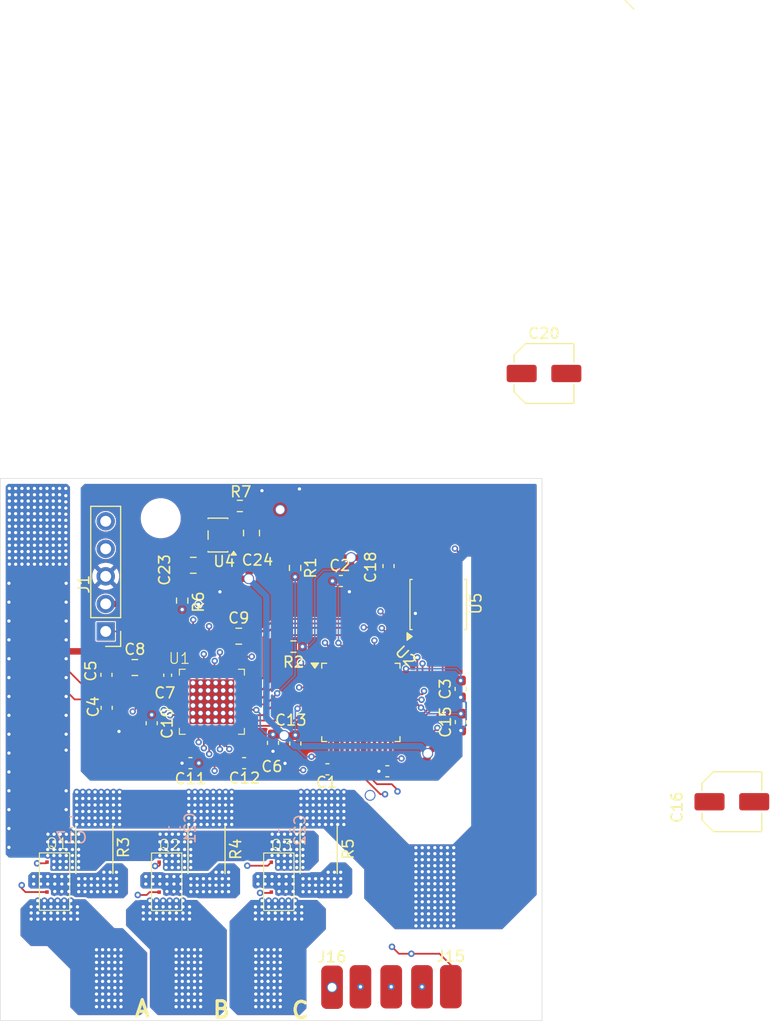
<source format=kicad_pcb>
(kicad_pcb (version 20241229) (generator "pcbnew") (generator_version "9.0")
  (layers (0 "F.Cu" signal) (4 "In1.Cu" signal) (6 "In2.Cu" signal) (8 "In3.Cu" signal) (10 "In4.Cu" signal) (12 "In5.Cu" signal) (14 "In6.Cu" signal) (2 "B.Cu" signal) (13 "F.Paste" user) (15 "B.Paste" user) (5 "F.SilkS" user "F.Silkscreen") (7 "B.SilkS" user "B.Silkscreen") (1 "F.Mask" user) (3 "B.Mask" user) (25 "Edge.Cuts" user))
  (net 0 "")
  (net 1 "+3.3V")
  (net 2 "SNA")
  (net 3 "+BATT")
  (net 4 "Net-(U1-CPH)")
  (net 5 "Net-(U1-CPL)")
  (net 6 "Net-(U1-VCP)")
  (net 7 "Net-(U1-DVDD)")
  (net 8 "SPA")
  (net 9 "SPB")
  (net 10 "SPC")
  (net 11 "VDC")
  (net 12 "MCLR")
  (net 13 "PGD")
  (net 14 "PGC")
  (net 15 "MOTOR_A")
  (net 16 "MOTOR_B")
  (net 17 "MOTOR_C")
  (net 18 "HC")
  (net 19 "HB")
  (net 20 "HA")
  (net 21 "GHA")
  (net 22 "GLA")
  (net 23 "GHB")
  (net 24 "GLB")
  (net 25 "GHC")
  (net 26 "GLC")
  (net 27 "nFAULT")
  (net 28 "MD_SDO")
  (net 31 "SOB")
  (net 32 "SOA")
  (net 33 "INLB")
  (net 34 "INHB")
  (net 49 "INHA")
  (net 50 "MD_nCS")
  (net 54 "ENABLE")
  (net 57 "SOC")
  (net 63 "INLA")
  (net 70 "INHC")
  (net 74 "MD_SDI")
  (net 75 "MD_SCLK")
  (net 76 "INLC")
  (net 80 "LVDS_RI+")
  (net 85 "LVDS_RI-")
  (net 86 "LVDS_DO+")
  (net 90 "LVDS_DO-")
  (net 95 "Net-(U4-EN)")
  (net 96 "LVDS_RE")
  (net 97 "LVDS_DE")
  (net 98 "LVDS_DI")
  (net 99 "LVDS_RO")
  (footprint "Connector_Wire:SolderWirePad_1x01_SMD_2x4mm" (layer "F.Cu") (at 158.56 90.57)
    (property "Reference" "J10" (hide yes))
    (property "Value" "Conn_01x01_Socket" (hide yes))
  )
  (footprint "Connector_Wire:SolderWirePad_1x01_SMD_3x6mm" (layer "F.Cu") (at 142.68 89.769)
    (property "Reference" "J5" (hide yes))
    (property "Value" "Conn_01x01_Socket" (hide yes))
  )
  (footprint "CSD87588N:CSD87588N" (layer "F.Cu") (at 140.68 80.88)
    (property "Reference" "Q2")
    (property "Value" "N-MOS Half-Bridge" (hide yes))
  )
  (footprint "Capacitor_SMD:C_0805_2012Metric" (layer "F.Cu") (at 137.74 61.12)
    (property "Reference" "C8")
    (property "Value" "1uF")
  )
  (footprint "Connector_Wire:SolderWirePad_1x01_SMD_2x4mm" (layer "F.Cu") (at 161.4 90.57)
    (property "Reference" "J9" (hide yes))
    (property "Value" "Conn_01x01_Socket" (hide yes))
  )
  (footprint "Connector_PinHeader_2.54mm:PinHeader_1x05_P2.54mm_Vertical" (layer "F.Cu") (at 135.05 57.79 180)
    (property "Reference" "J1")
    (property "Value" "Conn_01x05_Pin")
  )
  (footprint "Capacitor_SMD:C_0603_1608Metric" (layer "F.Cu") (at 142.870222 69.940778 180)
    (property "Reference" "C11")
    (property "Value" "4.7nF")
  )
  (footprint "Capacitor_SMD:C_0603_1608Metric" (layer "F.Cu") (at 156.755 53.14 180)
    (property "Reference" "C2")
    (property "Value" "0.1uF")
  )
  (footprint "Package_SO:TSSOP-14_4.4x5mm_P0.65mm" (layer "F.Cu") (at 165.7425 55.31 90)
    (property "Reference" "U5")
    (property "Value" "FIN1019MTCX")
  )
  (footprint "MountingHole:MountingHole_3.2mm_M3_ISO7380" (layer "F.Cu") (at 140.13 47.35)
    (property "Reference" "REF**" (hide yes))
    (property "Value" "MountingHole_3.2mm_M3_ISO7380" (hide yes))
  )
  (footprint "Capacitor_SMD:C_0603_1608Metric" (layer "F.Cu") (at 147.825779 69.940778)
    (property "Reference" "C12")
    (property "Value" "4.7nF")
  )
  (footprint "Connector_Wire:SolderWirePad_1x01_SMD_3x6mm" (layer "F.Cu") (at 127.837 47.393)
    (property "Reference" "J2" (hide yes))
    (property "Value" "Conn_01x01_Socket" (hide yes))
  )
  (footprint "Capacitor_SMD:C_0603_1608Metric" (layer "F.Cu") (at 161.04 70.69)
    (property "Reference" "C14" (hide yes))
    (property "Value" "0.1uF")
  )
  (footprint "Capacitor_SMD:C_Elec_5x5.4" (layer "F.Cu") (at 192.8375 73.5)
    (property "Reference" "C16")
    (property "Value" "10uF")
  )
  (footprint "Capacitor_SMD:C_0805_2012Metric" (layer "F.Cu") (at 148.5075 48.7125 90)
    (property "Reference" "C24")
    (property "Value" "1uF")
  )
  (footprint "Connector_Wire:SolderWirePad_1x01_SMD_2x4mm" (layer "F.Cu") (at 151.15 46.67)
    (property "Reference" "J7" (hide yes))
    (property "Value" "Conn_01x01_Socket" (hide yes))
  )
  (footprint "Resistor_SMD:R_0603_1608Metric" (layer "F.Cu") (at 147.43 46.22 180)
    (property "Reference" "R7")
    (property "Value" "10k")
  )
  (footprint "Connector_Wire:SolderWirePad_1x01_SMD_2x4mm" (layer "F.Cu") (at 164.24 90.57)
    (property "Reference" "J8" (hide yes))
    (property "Value" "Conn_01x01_Socket" (hide yes))
  )
  (footprint "Capacitor_SMD:C_0603_1608Metric" (layer "F.Cu") (at 167.808786 63.096045 90)
    (property "Reference" "C3")
    (property "Value" "0.1uF")
  )
  (footprint "Capacitor_SMD:C_0402_1005Metric" (layer "F.Cu") (at 140.77 61.83 -90)
    (property "Reference" "C7")
    (property "Value" "47nF")
  )
  (footprint "MountingHole:MountingHole_3.2mm_M3_ISO7380" (layer "F.Cu") (at 171.52 90.47)
    (property "Reference" "REF**" (hide yes))
    (property "Value" "MountingHole_3.2mm_M3_ISO7380" (hide yes))
  )
  (footprint "Connector_Wire:SolderWirePad_1x01_SMD_2x4mm" (layer "F.Cu") (at 163.58 46.8)
    (property "Reference" "J11" (hide yes))
    (property "Value" "Conn_01x01_Socket" (hide yes))
  )
  (footprint "Capacitor_SMD:C_0805_2012Metric" (layer "F.Cu") (at 143.13 51.69 180)
    (property "Reference" "C23")
    (property "Value" "1uF")
  )
  (footprint "Resistor_SMD:R_0603_1608Metric" (layer "F.Cu") (at 152.385 59.19 180)
    (property "Reference" "R2")
    (property "Value" "10k")
  )
  (footprint "Connector_Wire:SolderWirePad_1x01_SMD_2x4mm" (layer "F.Cu") (at 155.94 90.61)
    (property "Reference" "J16")
    (property "Value" "Conn_01x01_Socket" (hide yes))
  )
  (footprint "Connector_Wire:SolderWirePad_1x01_SMD_2x4mm" (layer "F.Cu") (at 154.97 46.67)
    (property "Reference" "J13" (hide yes))
    (property "Value" "Conn_01x01_Socket" (hide yes))
  )
  (footprint "Package_TO_SOT_SMD:SOT-23-5" (layer "F.Cu") (at 145.41 48.9025 180)
    (property "Reference" "U4")
    (property "Value" "3.3V Regurator")
  )
  (footprint "Package_QFP:TQFP-48_7x7mm_P0.5mm" (layer "F.Cu") (at 158.6 64.34)
    (property "Reference" "U2")
    (property "Value" "Micro controller" (hide yes))
  )
  (footprint "Capacitor_SMD:C_0603_1608Metric" (layer "F.Cu") (at 167.83 66.155 90)
    (property "Reference" "C15")
    (property "Value" "0.1uF")
  )
  (footprint "Capacitor_SMD:C_0805_2012Metric" (layer "F.Cu") (at 147.329999 58.23)
    (property "Reference" "C9")
    (property "Value" "1uF" (hide yes))
  )
  (footprint "Resistor_SMD:R_0603_1608Metric" (layer "F.Cu") (at 142.11 54.95 90)
    (property "Reference" "R6")
    (property "Value" "10k")
  )
  (footprint "Capacitor_SMD:C_0603_1608Metric" (layer "F.Cu") (at 135.12 61.795 -90)
    (property "Reference" "C5")
    (property "Value" "0.1uF")
  )
  (footprint "CSD87588N:CSD87588N" (layer "F.Cu") (at 130.33 80.87)
    (property "Reference" "Q1")
    (property "Value" "N-MOS Half-Bridge" (hide yes))
  )
  (footprint "Connector_Wire:SolderWirePad_1x01_SMD_2x4mm" (layer "F.Cu") (at 166.9 90.56)
    (property "Reference" "J15")
    (property "Value" "Conn_01x01_Socket" (hide yes))
  )
  (footprint "Connector_Wire:SolderWirePad_1x01_SMD_3x6mm" (layer "F.Cu") (at 171.494 47.214)
    (property "Reference" "J3" (hide yes))
    (property "Value" "Conn_01x01_Socket" (hide yes))
  )
  (footprint "Resistor_SMD:R_0603_1608Metric" (layer "F.Cu") (at 152.53 51.935 -90)
    (property "Reference" "R1")
    (property "Value" "10k")
  )
  (footprint "Capacitor_SMD:C_0603_1608Metric" (layer "F.Cu") (at 155.51 70.51)
    (property "Reference" "C1")
    (property "Value" "0.1uF")
  )
  (footprint "Connector_Wire:SolderWirePad_1x01_SMD_2x4mm" (layer "F.Cu") (at 158.52 46.67)
    (property "Reference" "J14" (hide yes))
    (property "Value" "Conn_01x01_Socket" (hide yes))
  )
  (footprint "Connector_Wire:SolderWirePad_1x01_SMD_3x6mm" (layer "F.Cu") (at 135.33 89.759)
    (property "Reference" "J4" (hide yes))
    (property "Value" "Conn_01x01_Socket" (hide yes))
  )
  (footprint "MountingHole:MountingHole_3.2mm_M3_ISO7380" (layer "F.Cu") (at 128.52 90.47)
    (property "Reference" "REF**" (hide yes))
    (property "Value" "MountingHole_3.2mm_M3_ISO7380" (hide yes))
  )
  (footprint "Capacitor_SMD:C_0603_1608Metric" (layer "F.Cu") (at 161.15 51.76 -90)
    (property "Reference" "C18")
    (property "Value" "0.1uF")
  )
  (footprint "Connector_Wire:SolderWirePad_1x01_SMD_3x6mm" (layer "F.Cu") (at 150.03 89.769)
    (property "Reference" "J6" (hide yes))
    (property "Value" "Conn_01x01_Socket" (hide yes))
  )
  (footprint "CSD87588N:CSD87588N" (layer "F.Cu") (at 151.03 80.88)
    (property "Reference" "Q3")
    (property "Value" "N-MOS Half-Bridge" (hide yes))
  )
  (footprint "Capacitor_SMD:C_0603_1608Metric" (layer "F.Cu") (at 135.14 64.835 -90)
    (property "Reference" "C4")
    (property "Value" "0.1uF")
  )
  (footprint "Capacitor_SMD:C_Elec_5x5.4" (layer "F.Cu") (at 175.5 34)
    (property "Reference" "C20")
    (property "Value" "10uF")
  )
  (footprint "Resistor_SMD:R_2512_6332Metric" (layer "F.Cu") (at 144.355 77.9465 90)
    (property "Reference" "R4")
    (property "Value" "0.3m")
  )
  (footprint "Resistor_SMD:R_2512_6332Metric" (layer "F.Cu") (at 134.005 77.9465 90)
    (property "Reference" "R3")
    (property "Value" "0.3m")
  )
  (footprint "Capacitor_SMD:C_0603_1608Metric" (layer "F.Cu") (at 139.293 66.255779 -90)
    (property "Reference" "C10")
    (property "Value" "4.7nF")
  )
  (footprint "Capacitor_SMD:C_0603_1608Metric" (layer "F.Cu") (at 150.49 68.07 -90)
    (property "Reference" "C6")
    (property "Value" "0.1uF")
  )
  (footprint "TB67Z833SFTG:TB67Z833SFTG" (layer "F.Cu") (at 144.848 64.278)
    (property "Reference" "U1")
    (property "Value" "3-phase Gate Driver" (hide yes))
  )
  (footprint "Capacitor_SMD:C_0603_1608Metric" (layer "F.Cu") (at 152.55 68.13 90)
    (property "Reference" "C13")
    (property "Value" "0.1uF")
  )
  (footprint "Connector_Wire:SolderWirePad_1x01_SMD_2x4mm" (layer "F.Cu") (at 167.13 46.8)
    (property "Reference" "J12" (hide yes))
    (property "Value" "Conn_01x01_Socket" (hide yes))
  )
  (footprint "Resistor_SMD:R_2512_6332Metric" (layer "F.Cu") (at 154.705 77.9465 90)
    (property "Reference" "R5")
    (property "Value" "0.3m")
  )
  (footprint "Capacitor_SMD:C_0603_1608Metric" (layer "B.Cu") (at 151.54 76.12 90)
    (property "Reference" "C22")
    (property "Value" "0.1uF")
  )
  (footprint "Capacitor_SMD:C_0603_1608Metric" (layer "B.Cu") (at 141.4 75.92 90)
    (property "Reference" "C21")
    (property "Value" "0.1uF")
  )
  (footprint "Capacitor_SMD:C_0603_1608Metric" (layer "B.Cu") (at 131.88 75.39)
    (property "Reference" "C17")
    (property "Value" "0.1uF")
  )
  (gr_line (start 183 -0.4) (end 183.8 0.4) (stroke (width 0.1)) (layer "F.SilkS"))
  (gr_rect (start 125.32 43.68) (end 175.32 93.68) (stroke (width 0.05)) (fill no) (layer "Edge.Cuts"))
  (gr_text "C" (at 152.05 93.609 0) (layer "F.SilkS") (effects (font (size 1.5 1.5) (thickness 0.3) (bold yes)) (justify left bottom)))
  (gr_text "A" (at 137.58 93.459 0) (layer "F.SilkS") (effects (font (size 1.5 1.5) (thickness 0.3) (bold yes)) (justify left bottom)))
  (gr_text "B" (at 144.78 93.559 0) (layer "F.SilkS") (effects (font (size 1.5 1.5) (thickness 0.3) (bold yes)) (justify left bottom)))
  (segment (start 148.25 52.93) (end 148.25 52.42) (width 0.6) (layer "F.Cu") (net 1))
  (segment (start 144.08 50.045) (end 144.2725 49.8525) (width 0.6) (layer "F.Cu") (net 1))
  (segment (start 161.365 70.69) (end 160.096 69.421) (width 0.16) (layer "F.Cu") (net 1))
  (segment (start 151.51 67.39) (end 150.585 67.39) (width 0.6) (layer "F.Cu") (net 1))
  (segment (start 162.7625 64.59) (end 163.92 64.59) (width 0.16) (layer "F.Cu") (net 1))
  (segment (start 161.1675 50.9675) (end 161.15 50.985) (width 0.16) (layer "F.Cu") (net 1))
  (segment (start 167.81 65.36) (end 167.83 65.38) (width 0.6) (layer "F.Cu") (net 1))
  (segment (start 156.85 60.1775) (end 156.85 59.17) (width 0.16) (layer "F.Cu") (net 1))
  (segment (start 156.85 69.945) (end 156.85 68.5025) (width 0.16) (layer "F.Cu") (net 1))
  (segment (start 160.096 69.421) (end 159.651 69.421) (width 0.16) (layer "F.Cu") (net 1))
  (segment (start 163.1875 50.9675) (end 161.1675 50.9675) (width 0.16) (layer "F.Cu") (net 1))
  (segment (start 144.08 51.69) (end 145.32 52.93) (width 0.6) (layer "F.Cu") (net 1))
  (segment (start 154.4375 64.59) (end 153.07 64.59) (width 0.16) (layer "F.Cu") (net 1))
  (segment (start 167.088955 62.321045) (end 166.76 62.65) (width 0.6) (layer "F.Cu") (net 1))
  (segment (start 151.54 50.12) (end 152.53 51.11) (width 0.6) (layer "F.Cu") (net 1))
  (segment (start 167.808786 62.321045) (end 167.088955 62.321045) (width 0.6) (layer "F.Cu") (net 1))
  (segment (start 144.08 52.155) (end 142.11 54.125) (width 0.6) (layer "F.Cu") (net 1))
  (segment (start 166.76 62.65) (end 166.76 64.92) (width 0.6) (layer "F.Cu") (net 1))
  (segment (start 157.695 50.985) (end 157.695 51.425) (width 0.6) (layer "F.Cu") (net 1))
  (segment (start 163.51 70.69) (end 161.815 70.69) (width 0.6) (layer "F.Cu") (net 1))
  (segment (start 166.76 64.92) (end 167.2 65.36) (width 0.6) (layer "F.Cu") (net 1))
  (segment (start 164.78 69.04) (end 164.77 69.04) (width 0.6) (layer "F.Cu") (net 1))
  (segment (start 156.85 59.17) (end 156.53 58.85) (width 0.16) (layer "F.Cu") (net 1))
  (segment (start 156.285 70.51) (end 156.85 69.945) (width 0.16) (layer "F.Cu") (net 1))
  (segment (start 153.53 50.12) (end 154.395 50.985) (width 0.6) (layer "F.Cu") (net 1))
  (segment (start 159.35 69.12) (end 159.35 68.5025) (width 0.16) (layer "F.Cu") (net 1))
  (segment (start 150.585 67.39) (end 150.49 67.295) (width 0.6) (layer "F.Cu") (net 1))
  (segment (start 157.695 51.425) (end 155.98 53.14) (width 0.6) (layer "F.Cu") (net 1))
  (segment (start 164.77 69.04) (end 164.77 69.43) (width 0.6) (layer "F.Cu") (net 1))
  (segment (start 167.2 65.36) (end 167.81 65.36) (width 0.6) (layer "F.Cu") (net 1))
  (segment (start 153.07 64.59) (end 152.75 64.91) (width 0.16) (layer "F.Cu") (net 1))
  (segment (start 161.815 70.69) (end 161.365 70.69) (width 0.16) (layer "F.Cu") (net 1))
  (segment (start 164.77 69.43) (end 163.51 70.69) (width 0.6) (layer "F.Cu") (net 1))
  (segment (start 147.723 65.019667) (end 148.935557 65.019667) (width 0.16) (layer "F.Cu") (net 1))
  (segment (start 151.54 50.12) (end 153.53 50.12) (width 0.6) (layer "F.Cu") (net 1))
  (segment (start 150.55 50.12) (end 151.54 50.12) (width 0.6) (layer "F.Cu") (net 1))
  (segment (start 166.76 64.92) (end 166.76 67.05) (width 0.6) (layer "F.Cu") (net 1))
  (segment (start 151.51 67.39) (end 152.515 67.39) (width 0.6) (layer "F.Cu") (net 1))
  (segment (start 144.08 51.69) (end 144.08 52.155) (width 0.6) (layer "F.Cu") (net 1))
  (segment (start 156.285 70.51) (end 155.115 69.34) (width 0.16) (layer "F.Cu") (net 1))
  (segment (start 140.985 55.25) (end 142.11 54.125) (width 0.6) (layer "F.Cu") (net 1))
  (segment (start 163.7925 51.5725) (end 163.1875 50.9675) (width 0.16) (layer "F.Cu") (net 1))
  (segment (start 159.651 69.421) (end 159.35 69.12) (width 0.16) (layer "F.Cu") (net 1))
  (segment (start 135.05 55.25) (end 140.985 55.25) (width 0.6) (layer "F.Cu") (net 1))
  (segment (start 145.32 52.93) (end 148.25 52.93) (width 0.6) (layer "F.Cu") (net 1))
  (segment (start 152.515 67.39) (end 152.55 67.355) (width 0.6) (layer "F.Cu") (net 1))
  (segment (start 154.395 50.985) (end 157.695 50.985) (width 0.6) (layer "F.Cu") (net 1))
  (segment (start 166.76 67.05) (end 164.77 69.04) (width 0.6) (layer "F.Cu") (net 1))
  (segment (start 163.92 64.59) (end 164.15 64.82) (width 0.16) (layer "F.Cu") (net 1))
  (segment (start 157.695 50.985) (end 161.15 50.985) (width 0.6) (layer "F.Cu") (net 1))
  (segment (start 162.7625 61.23) (end 162.7625 61.59) (width 0.16) (layer "F.Cu") (net 1))
  (segment (start 144.08 51.69) (end 144.08 50.045) (width 0.6) (layer "F.Cu") (net 1))
  (segment (start 148.935557 65.019667) (end 148.95 65.03411) (width 0.16) (layer "F.Cu") (net 1))
  (segment (start 163.7925 52.4475) (end 163.7925 51.5725) (width 0.16) (layer "F.Cu") (net 1))
  (segment (start 155.115 69.34) (end 154.04 69.34) (width 0.16) (layer "F.Cu") (net 1))
  (segment (start 148.25 52.42) (end 150.55 50.12) (width 0.6) (layer "F.Cu") (net 1))
  (via (at 151.51 67.39) (size 1) (drill 0.8) (layers "F.Cu" "B.Cu") (net 1))
  (via (at 152.75 64.91) (size 0.6) (drill 0.3) (layers "F.Cu" "B.Cu") (net 1))
  (via (at 154.04 69.34) (size 0.6) (drill 0.3) (layers "F.Cu" "B.Cu") (net 1))
  (via (at 164.77 69.04) (size 1) (drill 0.8) (layers "F.Cu" "B.Cu") (net 1))
  (via (at 152.55 67.355) (size 0.6) (drill 0.3) (layers "F.Cu" "B.Cu") (net 1))
  (via (at 157.695 50.985) (size 1) (drill 0.8) (layers "F.Cu" "B.Cu") (net 1))
  (via (at 148.95 65.03411) (size 0.6) (drill 0.3) (layers "F.Cu" "B.Cu") (net 1))
  (via (at 156.53 58.85) (size 0.6) (drill 0.3) (layers "F.Cu" "B.Cu") (net 1))
  (via (at 162.7625 61.23) (size 0.6) (drill 0.3) (layers "F.Cu" "B.Cu") (net 1))
  (via (at 167.83 65.38) (size 0.6) (drill 0.3) (layers "F.Cu" "B.Cu") (net 1))
  (via (at 153.21 59.19) (size 0.6) (drill 0.3) (layers "F.Cu" "B.Cu") (net 1))
  (via (at 155.98 53.14) (size 0.6) (drill 0.3) (layers "F.Cu" "B.Cu") (net 1))
  (via (at 150.49 67.295) (size 0.6) (drill 0.3) (layers "F.Cu" "B.Cu") (net 1))
  (via (at 167.808786 62.321045) (size 0.6) (drill 0.3) (layers "F.Cu" "B.Cu") (net 1))
  (via (at 148.25 52.93) (size 1) (drill 0.8) (layers "F.Cu" "B.Cu") (net 1))
  (via (at 164.15 64.82) (size 0.6) (drill 0.3) (layers "F.Cu" "B.Cu") (net 1))
  (segment (start 153.21 59.19) (end 153.73 59.19) (width 0.16) (layer "B.Cu") (net 1))
  (segment (start 149.935 67.295) (end 150.49 67.295) (width 0.16) (layer "B.Cu") (net 1))
  (segment (start 153.5 68.38) (end 152.5 68.38) (width 0.6) (layer "B.Cu") (net 1))
  (segment (start 164.81 65.38) (end 167.83 65.38) (width 0.16) (layer "B.Cu") (net 1))
  (segment (start 152.55 65.11) (end 152.55 67.355) (width 0.16) (layer "B.Cu") (net 1))
  (segment (start 156.53 58.85) (end 156.53 53.69) (width 0.16) (layer "B.Cu") (net 1))
  (segment (start 148.95 65.04) (end 149.31 65.4) (width 0.16) (layer "B.Cu") (net 1))
  (segment (start 149.31 65.4) (end 149.31 66.67) (width 0.16) (layer "B.Cu") (net 1))
  (segment (start 167.4 61.23) (end 162.7625 61.23) (width 0.16) (layer "B.Cu") (net 1))
  (segment (start 149.88 58.72) (end 149.88 54.56) (width 0.6) (layer "B.Cu") (net 1))
  (segment (start 155.15 52.15) (end 156.92 52.15) (width 0.16) (layer "B.Cu") (net 1))
  (segment (start 152.5 68.38) (end 151.51 67.39) (width 0.6) (layer "B.Cu") (net 1))
  (segment (start 156.53 53.69) (end 155.98 53.14) (width 0.16) (layer "B.Cu") (net 1))
  (segment (start 149.88 54.56) (end 148.25 52.93) (width 0.6) (layer "B.Cu") (net 1))
  (segment (start 153.73 59.19) (end 154.34 58.58) (width 0.16) (layer "B.Cu") (net 1))
  (segment (start 151.51 67.39) (end 149.88 65.76) (width 0.6) (layer "B.Cu") (net 1))
  (segment (start 164.11 68.38) (end 158.25 68.38) (width 0.6) (layer "B.Cu") (net 1))
  (segment (start 157.695 51.375) (end 157.695 50.985) (width 0.16) (layer "B.Cu") (net 1))
  (segment (start 153.46 69.34) (end 151.51 67.39) (width 0.16) (layer "B.Cu") (net 1))
  (segment (start 167.808786 62.321045) (end 167.808786 61.638786) (width 0.16) (layer "B.Cu") (net 1))
  (segment (start 164.25 64.82) (end 164.81 65.38) (width 0.16) (layer "B.Cu") (net 1))
  (segment (start 164.77 69.04) (end 164.11 68.38) (width 0.6) (layer "B.Cu") (net 1))
  (segment (start 149.88 65.76) (end 149.88 58.72) (width 0.6) (layer "B.Cu") (net 1))
  (segment (start 152.75 64.91) (end 152.55 65.11) (width 0.16) (layer "B.Cu") (net 1))
  (segment (start 148.95 65.03411) (end 148.95 65.04) (width 0.16) (layer "B.Cu") (net 1))
  (segment (start 149.31 66.67) (end 149.935 67.295) (width 0.16) (layer "B.Cu") (net 1))
  (segment (start 154.04 69.34) (end 153.46 69.34) (width 0.16) (layer "B.Cu") (net 1))
  (segment (start 164.15 64.82) (end 164.25 64.82) (width 0.16) (layer "B.Cu") (net 1))
  (segment (start 167.808786 61.638786) (end 167.4 61.23) (width 0.16) (layer "B.Cu") (net 1))
  (segment (start 156.92 52.15) (end 157.695 51.375) (width 0.16) (layer "B.Cu") (net 1))
  (segment (start 154.34 58.58) (end 154.34 52.96) (width 0.16) (layer "B.Cu") (net 1))
  (segment (start 158.25 68.38) (end 153.5 68.38) (width 0.6) (layer "B.Cu") (net 1))
  (segment (start 154.34 52.96) (end 155.15 52.15) (width 0.16) (layer "B.Cu") (net 1))
  (segment (start 150.55 68.905) (end 150.49 68.845) (width 0.16) (layer "F.Cu") (net 2))
  (segment (start 158.85 69.87) (end 158.85 68.5025) (width 0.16) (layer "F.Cu") (net 2))
  (segment (start 147.32 69.08) (end 148.180778 69.940778) (width 0.16) (layer "F.Cu") (net 2))
  (segment (start 136.275588 67.015588) (end 136.290779 67.030779) (width 0.16) (layer "F.Cu") (net 2))
  (segment (start 162.11 87.52) (end 163.26 87.52) (width 0.16) (layer "F.Cu") (net 2))
  (segment (start 159.67 70.69) (end 158.85 69.87) (width 0.16) (layer "F.Cu") (net 2))
  (segment (start 156.35 68.5025) (end 156.35 64.09) (width 0.16) (layer "F.Cu") (net 2))
  (segment (start 146.578556 61.403) (end 146.578556 60.401444) (width 0.16) (layer "F.Cu") (net 2))
  (segment (start 166.9 88.56) (end 166.9 90.56) (width 0.16) (layer "F.Cu") (net 2))
  (segment (start 142.622999 67.153) (end 142.622999 69.413001) (width 0.16) (layer "F.Cu") (net 2))
  (segment (start 147.52 58.989998) (end 148.279998 58.23) (width 0.16) (layer "F.Cu") (net 2))
  (segment (start 163.864 71.346) (end 161.456237 71.346) (width 0.16) (layer "F.Cu") (net 2))
  (segment (start 147.32 67.399999) (end 147.32 69.08) (width 0.16) (layer "F.Cu") (net 2))
  (segment (start 156.35 64.09) (end 157.35 63.09) (width 0.16) (layer "F.Cu") (net 2))
  (segment (start 161.47 86.88) (end 162.11 87.52) (width 0.16) (layer "F.Cu") (net 2))
  (segment (start 160.265 70.69) (end 159.67 70.69) (width 0.16) (layer "F.Cu") (net 2))
  (segment (start 161.456237 71.346) (end 160.921 71.346) (width 0.16) (layer "F.Cu") (net 2))
  (segment (start 152.55 68.905) (end 154.155 70.51) (width 0.16) (layer "F.Cu") (net 2))
  (segment (start 157.35 65.09) (end 162.7625 65.09) (width 0.16) (layer "F.Cu") (net 2))
  (segment (start 167.83 66.93) (end 167.83 67.38) (width 0.16) (layer "F.Cu") (net 2))
  (segment (start 165.86 87.52) (end 166.9 88.56) (width 0.16) (layer "F.Cu") (net 2))
  (segment (start 148.600779 69.940778) (end 151.580778 69.940778) (width 0.16) (layer "F.Cu") (net 2))
  (segment (start 160.921 71.346) (end 160.265 70.69) (width 0.16) (layer "F.Cu") (net 2))
  (segment (start 165.86 87.52) (end 163.26 87.52) (width 0.16) (layer "F.Cu") (net 2))
  (segment (start 152.55 68.905) (end 152.596 68.859) (width 0.16) (layer "F.Cu") (net 2))
  (segment (start 147.073001 67.153) (end 147.32 67.399999) (width 0.16) (layer "F.Cu") (net 2))
  (segment (start 167.808955 63.871045) (end 167.81 63.87) (width 0.16) (layer "F.Cu") (net 2))
  (segment (start 156.35 64.09) (end 157.35 65.09) (width 0.16) (layer "F.Cu") (net 2))
  (segment (start 148.180778 69.940778) (end 148.600779 69.940778) (width 0.16) (layer "F.Cu") (net 2))
  (segment (start 146.578556 60.401444) (end 147.52 59.46) (width 0.16) (layer "F.Cu") (net 2))
  (segment (start 156.35 66.61) (end 156.35 64.09) (width 0.16) (layer "F.Cu") (net 2))
  (segment (start 162.7625 62.09) (end 158.35 62.09) (width 0.16) (layer "F.Cu") (net 2))
  (segment (start 157.35 63.09) (end 157.35 60.1775) (width 0.16) (layer "F.Cu") (net 2))
  (segment (start 147.52 59.46) (end 147.52 58.989998) (width 0.16) (layer "F.Cu") (net 2))
  (segment (start 167.83 67.38) (end 163.864 71.346) (width 0.16) (layer "F.Cu") (net 2))
  (segment (start 151.580778 69.940778) (end 151.6 69.96) (width 0.16) (layer "F.Cu") (net 2))
  (segment (start 152.55 68.905) (end 150.55 68.905) (width 0.16) (layer "F.Cu") (net 2))
  (segment (start 158.85 66.59) (end 156.35 64.09) (width 0.16) (layer "F.Cu") (net 2))
  (segment (start 152.596 68.859) (end 154.101 68.859) (width 0.16) (layer "F.Cu") (net 2))
  (segment (start 136.290779 67.030779) (end 139.293 67.030779) (width 0.16) (layer "F.Cu") (net 2))
  (segment (start 142.622999 69.413001) (end 142.095222 69.940778) (width 0.16) (layer "F.Cu") (net 2))
  (segment (start 154.155 70.51) (end 154.735 70.51) (width 0.16) (layer "F.Cu") (net 2))
  (segment (start 158.35 62.09) (end 157.35 63.09) (width 0.16) (layer "F.Cu") (net 2))
  (segment (start 139.820778 66.503001) (end 139.293 67.030779) (width 0.16) (layer "F.Cu") (net 2))
  (segment (start 141.973 66.503001) (end 139.820778 66.503001) (width 0.16) (layer "F.Cu") (net 2))
  (segment (start 154.101 68.859) (end 156.35 66.61) (width 0.16) (layer "F.Cu") (net 2))
  (segment (start 158.85 68.5025) (end 158.85 66.59) (width 0.16) (layer "F.Cu") (net 2))
  (segment (start 167.808786 63.871045) (end 167.808955 63.871045) (width 0.16) (layer "F.Cu") (net 2))
  (segment (start 154.4375 64.09) (end 156.35 64.09) (width 0.16) (layer "F.Cu") (net 2))
  (via (at 156.464 75) (size 0.6) (drill 0.3) (layers "F.Cu" "B.Cu") (net 2))
  (via (at 166.006667 84.393077) (size 0.6) (drill 0.3) (layers "F.Cu" "B.Cu") (net 2))
  (via (at 164.843333 81.065384) (size 0.6) (drill 0.3) (layers "F.Cu" "B.Cu") (net 2))
  (via (at 164.261667 79.956154) (size 0.6) (drill 0.3) (layers "F.Cu" "B.Cu") (net 2))
  (via (at 134.634 73.2) (size 0.6) (drill 0.3) (layers "F.Cu" "B.Cu") (net 2))
  (via (at 166.006667 78.292307) (size 0.6) (drill 0.3) (layers "F.Cu" "B.Cu") (net 2))
  (via (at 135.2 73.8) (size 0.6) (drill 0.3) (layers "F.Cu" "B.Cu") (net 2))
  (via (at 165.425 83.838461) (size 0.6) (drill 0.3) (layers "F.Cu" "B.Cu") (net 2))
  (via (at 155.332 73.8) (size 0.6) (drill 0.3) (layers "F.Cu" "B.Cu") (net 2))
  (via (at 163.68 82.174615) (size 0.6) (drill 0.3) (layers "F.Cu" "B.Cu") (net 2))
  (via (at 165.425 82.174615) (size 0.6) (drill 0.3) (layers "F.Cu" "B.Cu") (net 2))
  (via (at 166.588333 84.393077) (size 0.6) (drill 0.3) (layers "F.Cu" "B.Cu") (net 2))
  (via (at 164.261667 77.737692) (size 0.6) (drill 0.3) (layers "F.Cu" "B.Cu") (net 2))
  (via (at 154.2 73.2) (size 0.6) (drill 0.3) (layers "F.Cu" "B.Cu") (net 2))
  (via (at 135.766 72.6) (size 0.6) (drill 0.3) (layers "F.Cu" "B.Cu") (net 2))
  (via (at 163.68 79.401538) (size 0.6) (drill 0.3) (layers "F.Cu" "B.Cu") (net 2))
  (via (at 165.425 82.72923) (size 0.6) (drill 0.3) (layers "F.Cu" "B.Cu") (net 2))
  (via (at 154.766 72.6) (size 0.6) (drill 0.3) (layers "F.Cu" "B.Cu") (net 2))
  (via (at 155.332 75.6) (size 0.6) (drill 0.3) (layers "F.Cu" "B.Cu") (net 2))
  (via (at 164.843333 82.174615) (size 0.6) (drill 0.3) (layers "F.Cu" "B.Cu") (net 2))
  (via (at 166.588333 78.292307) (size 0.6) (drill 0.3) (layers "F.Cu" "B.Cu") (net 2))
  (via (at 165.425 83.283846) (size 0.6) (drill 0.3) (layers "F.Cu" "B.Cu") (net 2))
  (via (at 153.068 74.4) (size 0.6) (drill 0.3) (layers "F.Cu" "B.Cu") (net 2))
  (via (at 133.502 73.8) (size 0.6) (drill 0.3) (layers "F.Cu" "B.Cu") (net 2))
  (via (at 166.006667 82.174615) (size 0.6) (drill 0.3) (layers "F.Cu" "B.Cu") (net 2))
  (via (at 142.718 73.8) (size 0.6) (drill 0.3) (layers "F.Cu" "B.Cu") (net 2))
  (via (at 166.006667 84.947692) (size 0.6) (drill 0.3) (layers "F.Cu" "B.Cu") (net 2))
  (via (at 166.588333 81.065384) (size 0.6) (drill 0.3) (layers "F.Cu" "B.Cu") (net 2))
  (via (at 167.17 82.72923) (size 0.6) (drill 0.3) (layers "F.Cu" "B.Cu") (net 2))
  (via (at 136.332 75.6) (size 0.6) (drill 0.3) (layers "F.Cu" "B.Cu") (net 2))
  (via (at 157.03 74.4) (size 0.6) (drill 0.3) (layers "F.Cu" "B.Cu") (net 2))
  (via (at 146.68 73.2) (size 0.6) (drill 0.3) (layers "F.Cu" "B.Cu") (net 2))
  (via (at 135.2 73.2) (size 0.6) (drill 0.3) (layers "F.Cu" "B.Cu") (net 2))
  (via (at 163.68 84.393077) (size 0.6) (drill 0.3) (layers "F.Cu" "B.Cu") (net 2))
  (via (at 154.766 73.2) (size 0.6) (drill 0.3) (layers "F.Cu" "B.Cu") (net 2))
  (via (at 166.006667 78.846923) (size 0.6) (drill 0.3) (layers "F.Cu" "B.Cu") (net 2))
  (via (at 145.548 75.6) (size 0.6) (drill 0.3) (layers "F.Cu" "B.Cu") (net 2))
  (via (at 163.68 84.947692) (size 0.6) (drill 0.3) (layers "F.Cu" "B.Cu") (net 2))
  (via (at 132.37 72.6) (size 0.6) (drill 0.3) (layers "F.Cu" "B.Cu") (net 2))
  (via (at 134.634 75) (size 0.6) (drill 0.3) (layers "F.Cu" "B.Cu") (net 2))
  (via (at 166.006667 77.737692) (size 0.6) (drill 0.3) (layers "F.Cu" "B.Cu") (net 2))
  (via (at 167.17 81.065384) (size 0.6) (drill 0.3) (layers "F.Cu" "B.Cu") (net 2))
  (via (at 155.332 74.4) (size 0.6) (drill 0.3) (layers "F.Cu" "B.Cu") (net 2))
  (via (at 156.464 73.8) (size 0.6) (drill 0.3) (layers "F.Cu" "B.Cu") (net 2))
  (via (at 144.982 73.2) (size 0.6) (drill 0.3) (layers "F.Cu" "B.Cu") (net 2))
  (via (at 166.588333 81.62) (size 0.6) (drill 0.3) (layers "F.Cu" "B.Cu") (net 2))
  (via (at 136.332 72.6) (size 0.6) (drill 0.3) (layers "F.Cu" "B.Cu") (net 2))
  (via (at 146.68 72.6) (size 0.6) (drill 0.3) (layers "F.Cu" "B.Cu") (net 2))
  (via (at 146.68 74.4) (size 0.6) (drill 0.3) (layers "F.Cu" "B.Cu") (net 2))
  (via (at 133.502 74.4) (size 0.6) (drill 0.3) (layers "F.Cu" "B.Cu") (net 2))
  (via (at 146.114 73.8) (size 0.6) (drill 0.3) (layers "F.Cu" "B.Cu") (net 2))
  (via (at 164.843333 79.401538) (size 0.6) (drill 0.3) (layers "F.Cu" "B.Cu") (net 2))
  (via (at 154.2 75.6) (size 0.6) (drill 0.3) (layers "F.Cu" "B.Cu") (net 2))
  (via (at 157.03 73.8) (size 0.6) (drill 0.3) (layers "F.Cu" "B.Cu") (net 2))
  (via (at 167.17 78.846923) (size 0.6) (drill 0.3) (layers "F.Cu" "B.Cu") (net 2))
  (via (at 167.17 78.292307) (size 0.6) (drill 0.3) (layers "F.Cu" "B.Cu") (net 2))
  (via (at 167.17 79.956154) (size 0.6) (drill 0.3) (layers "F.Cu" "B.Cu") (net 2))
  (via (at 164.261667 78.846923) (size 0.6) (drill 0.3) (layers "F.Cu" "B.Cu") (net 2))
  (via (at 163.63 56.13) (size 0.6) (drill 0.3) (layers "F.Cu" "B.Cu") (net 2))
  (via (at 164.843333 83.838461) (size 0.6) (drill 0.3) (layers "F.Cu" "B.Cu") (net 2))
  (via (at 143.284 74.4) (size 0.6) (drill 0.3) (layers "F.Cu" "B.Cu") (net 2))
  (via (at 153.634 73.8) (size 0.6) (drill 0.3) (layers "F.Cu" "B.Cu") (net 2))
  (via (at 150.49 68.845) (size 0.6) (drill 0.3) (layers "F.Cu" "B.Cu") (net 2))
  (via (at 132.936 74.4) (size 0.6) (drill 0.3) (layers "F.Cu" "B.Cu") (net 2))
  (via (at 165.425 81.62) (size 0.6) (drill 0.3) (layers "F.Cu" "B.Cu") (net 2))
  (via (at 135.2 74.4) (size 0.6) (drill 0.3) (layers "F.Cu" "B.Cu") (net 2))
  (via (at 163.68 83.283846) (size 0.6) (drill 0.3) (layers "F.Cu" "B.Cu") (net 2))
  (via (at 153.068 72.6) (size 0.6) (drill 0.3) (layers "F.Cu" "B.Cu") (net 2))
  (via (at 166.588333 83.283846) (size 0.6) (drill 0.3) (layers "F.Cu" "B.Cu") (net 2))
  (via (at 136.332 73.8) (size 0.6) (drill 0.3) (layers "F.Cu" "B.Cu") (net 2))
  (via (at 157.03 72.6) (size 0.6) (drill 0.3) (layers "F.Cu" "B.Cu") (net 2))
  (via (at 134.068 74.4) (size 0.6) (drill 0.3) (layers "F.Cu" "B.Cu") (net 2))
  (via (at 143.284 72.6) (size 0.6) (drill 0.3) (layers "F.Cu" "B.Cu") (net 2))
  (via (at 161.47 86.88) (size 0.6) (drill 0.3) (layers "F.Cu" "B.Cu") (net 2))
  (via (at 143.85 73.8) (size 0.6) (drill 0.3) (layers "F.Cu" "B.Cu") (net 2))
  (via (at 165.425 81.065384) (size 0.6) (drill 0.3) (layers "F.Cu" "B.Cu") (net 2))
  (via (at 155.898 75.6) (size 0.6) (drill 0.3) (layers "F.Cu" "B.Cu") (net 2))
  (via (at 143.85 72.6) (size 0.6) (drill 0.3) (layers "F.Cu" "B.Cu") (net 2))
  (via (at 163.68 78.846923) (size 0.6) (drill 0.3) (layers "F.Cu" "B.Cu") (net 2))
  (via (at 166.006667 82.72923) (size 0.6) (drill 0.3) (layers "F.Cu" "B.Cu") (net 2))
  (via (at 157.03 73.2) (size 0.6) (drill 0.3) (layers "F.Cu" "B.Cu") (net 2))
  (via (at 152.93 44.65) (size 0.6) (drill 0.3) (layers "F.Cu" "B.Cu") (net 2))
  (via (at 156.464 75.6) (size 0.6) (drill 0.3) (layers "F.Cu" "B.Cu") (net 2))
  (via (at 132.37 73.2) (size 0.6) (drill 0.3) (layers "F.Cu" "B.Cu") (net 2))
  (via (at 164.261667 84.393077) (size 0.6) (drill 0.3) (layers "F.Cu" "B.Cu") (net 2))
  (via (at 154.2 72.6) (size 0.6) (drill 0.3) (layers "F.Cu" "B.Cu") (net 2))
  (via (at 164.843333 77.737692) (size 0.6) (drill 0.3) (layers "F.Cu" "B.Cu") (net 2))
  (via (at 132.37 74.4) (size 0.6) (drill 0.3) (layers "F.Cu" "B.Cu") (net 2))
  (via (at 167.17 79.401538) (size 0.6) (drill 0.3) (layers "F.Cu" "B.Cu") (net 2))
  (via (at 146.114 74.4) (size 0.6) (drill 0.3) (layers "F.Cu" "B.Cu") (net 2))
  (via (at 164.843333 78.846923) (size 0.6) (drill 0.3) (layers "F.Cu" "B.Cu") (net 2))
  (via (at 134.068 73.2) (size 0.6) (drill 0.3) (layers "F.Cu" "B.Cu") (net 2))
  (via (at 135.766 75) (size 0.6) (drill 0.3) (layers "F.Cu" "B.Cu") (net 2))
  (via (at 135.766 74.4) (size 0.6) (drill 0.3) (layers "F.Cu" "B.Cu") (net 2))
  (via (at 146.114 75.6) (size 0.6) (drill 0.3) (layers "F.Cu" "B.Cu") (net 2))
  (via (at 155.332 72.6) (size 0.6) (drill 0.3) (layers "F.Cu" "B.Cu") (net 2))
  (via (at 164.843333 79.956154) (size 0.6) (drill 0.3) (layers "F.Cu" "B.Cu") (net 2))
  (via (at 166.006667 81.62) (size 0.6) (drill 0.3) (layers "F.Cu" "B.Cu") (net 2))
  (via (at 135.766 73.8) (size 0.6) (drill 0.3) (layers "F.Cu" "B.Cu") (net 2))
  (via (at 165.425 77.737692) (size 0.6) (drill 0.3) (layers "F.Cu" "B.Cu") (net 2))
  (via (at 166.588333 79.956154) (size 0.6) (drill 0.3) (layers "F.Cu" "B.Cu") (net 2))
  (via (at 164.843333 80.510769) (size 0.6) (drill 0.3) (layers "F.Cu" "B.Cu") (net 2))
  (via (at 144.982 75.6) (size 0.6) (drill 0.3) (layers "F.Cu" "B.Cu") (net 2))
  (via (at 156.464 73.2) (size 0.6) (drill 0.3) (layers "F.Cu" "B.Cu") (net 2))
  (via (at 143.85 74.4) (size 0.6) (drill 0.3) (layers "F.Cu" "B.Cu") (net 2))
  (via (at 154.766 74.4) (size 0.6) (drill 0.3) (layers "F.Cu" "B.Cu") (net 2))
  (via (at 134.634 72.6) (size 0.6) (drill 0.3) (layers "F.Cu" "B.Cu") (net 2))
  (via (at 155.898 73.8) (size 0.6) (drill 0.3) (layers "F.Cu" "B.Cu") (net 2))
  (via (at 133.502 75.6) (size 0.6) (drill 0.3) (layers "F.Cu" "B.Cu") (net 2))
  (via (at 142.718 74.4) (size 0.6) (drill 0.3) (layers "F.Cu" "B.Cu") (net 2))
  (via (at 164.843333 83.283846) (size 0.6) (drill 0.3) (layers "F.Cu" "B.Cu") (net 2))
  (via (at 142.718 73.2) (size 0.6) (drill 0.3) (layers "F.Cu" "B.Cu") (net 2))
  (via (at 155.898 72.6) (size 0.6) (drill 0.3) (layers "F.Cu" "B.Cu") (net 2))
  (via (at 164.843333 82.72923) (size 0.6) (drill 0.3) (layers "F.Cu" "B.Cu") (net 2))
  (via (at 166.588333 82.72923) (size 0.6) (drill 0.3) (layers "F.Cu" "B.Cu") (net 2))
  (via (at 164.261667 83.283846) (size 0.6) (drill 0.3) (layers "F.Cu" "B.Cu") (net 2))
  (via (at 142.095222 69.940778) (size 0.6) (drill 0.3) (layers "F.Cu" "B.Cu") (net 2))
  (via (at 154.2 73.8) (size 0.6) (drill 0.3) (layers "F.Cu" "B.Cu") (net 2))
  (via (at 144.416 73.8) (size 0.6) (drill 0.3) (layers "F.Cu" "B.Cu") (net 2))
  (via (at 166.006667 81.065384) (size 0.6) (drill 0.3) (layers "F.Cu" "B.Cu") (net 2))
  (via (at 144.416 75.6) (size 0.6) (drill 0.3) (layers "F.Cu" "B.Cu") (net 2))
  (via (at 165.425 80.510769) (size 0.6) (drill 0.3) (layers "F.Cu" "B.Cu") (net 2))
  (via (at 167.17 83.838461) (size 0.6) (drill 0.3) (layers "F.Cu" "B.Cu") (net 2))
  (via (at 155.332 75) (size 0.6) (drill 0.3) (layers "F.Cu" "B.Cu") (net 2))
  (via (at 146.114 73.2) (size 0.6) (drill 0.3) (layers "F.Cu" "B.Cu") (net 2))
  (via (at 163.68 81.065384) (size 0.6) (drill 0.3) (layers "F.Cu" "B.Cu") (net 2))
  (via (at 144.416 74.4) (size 0.6) (drill 0.3) (layers "F.Cu" "B.Cu") (net 2))
  (via (at 166.588333 84.947692) (size 0.6) (drill 0.3) (layers "F.Cu" "B.Cu") (net 2))
  (via (at 163.68 79.956154) (size 0.6) (drill 0.3) (layers "F.Cu" "B.Cu") (net 2))
  (via (at 133.502 75) (size 0.6) (drill 0.3) (layers "F.Cu" "B.Cu") (net 2))
  (via (at 155.332 73.2) (size 0.6) (drill 0.3) (layers "F.Cu" "B.Cu") (net 2))
  (via (at 132.37 75) (size 0.6) (drill 0.3) (layers "F.Cu" "B.Cu") (net 2))
  (via (at 145.548 75) (size 0.6) (drill 0.3) (layers "F.Cu" "B.Cu") (net 2))
  (via (at 153.634 73.2) (size 0.6) (drill 0.3) (layers "F.Cu" "B.Cu") (net 2))
  (via (at 167.17 81.62) (size 0.6) (drill 0.3) (layers "F.Cu" "B.Cu") (net 2))
  (via (at 163.68 80.510769) (size 0.6) (drill 0.3) (layers "F.Cu" "B.Cu") (net 2))
  (via (at 135.2 72.6) (size 0.6) (drill 0.3) (layers "F.Cu" "B.Cu") (net 2))
  (via (at 132.936 72.6) (size 0.6) (drill 0.3) (layers "F.Cu" "B.Cu") (net 2))
  (via (at 146.114 72.6) (size 0.6) (drill 0.3) (layers "F.Cu" "B.Cu") (net 2))
  (via (at 164.843333 78.292307) (size 0.6) (drill 0.3) (layers "F.Cu" "B.Cu") (net 2))
  (via (at 164.261667 83.838461) (size 0.6) (drill 0.3) (layers "F.Cu" "B.Cu") (net 2))
  (via (at 164.261667 82.72923) (size 0.6) (drill 0.3) (layers "F.Cu" "B.Cu") (net 2))
  (via (at 143.85 73.2) (size 0.6) (drill 0.3) (layers "F.Cu" "B.Cu") (net 2))
  (via (at 163.68 77.737692) (size 0.6) (drill 0.3) (layers "F.Cu" "B.Cu") (net 2))
  (via (at 145.548 73.8) (size 0.6) (drill 0.3) (layers "F.Cu" "B.Cu") (net 2))
  (via (at 132.936 73.8) (size 0.6) (drill 0.3) (layers "F.Cu" "B.Cu") (net 2))
  (via (at 142.718 75) (size 0.6) (drill 0.3) (layers "F.Cu" "B.Cu") (net 2))
  (via (at 132.936 73.2) (size 0.6) (drill 0.3) (layers "F.Cu" "B.Cu") (net 2))
  (via (at 144.982 74.4) (size 0.6) (drill 0.3) (layers "F.Cu" "B.Cu") (net 2))
  (via (at 153.634 75) (size 0.6) (drill 0.3) (layers "F.Cu" "B.Cu") (net 2))
  (via (at 167.17 77.737692) (size 0.6) (drill 0.3) (layers "F.Cu" "B.Cu") (net 2))
  (via (at 167.17 83.283846) (size 0.6) (drill 0.3) (layers "F.Cu" "B.Cu") (net 2))
  (via (at 165.425 84.393077) (size 0.6) (drill 0.3) (layers "F.Cu" "B.Cu") (net 2))
  (via (at 165.425 78.292307) (size 0.6) (drill 0.3) (layers "F.Cu" "B.Cu") (net 2))
  (via (at 166.006667 79.956154) (size 0.6) (drill 0.3) (layers "F.Cu" "B.Cu") (net 2))
  (via (at 145.548 73.2) (size 0.6) (drill 0.3) (layers "F.Cu" "B.Cu") (net 2))
  (via (at 134.634 75.6) (size 0.6) (drill 0.3) (layers "F.Cu" "B.Cu") (net 2))
  (via (at 166.006667 83.283846) (size 0.6) (drill 0.3) (layers "F.Cu" "B.Cu") (net 2))
  (via (at 157.54 54.13) (size 0.6) (drill 0.3) (layers "F.Cu" "B.Cu") (net 2))
  (via (at 153.634 72.6) (size 0.6) (drill 0.3) (layers "F.Cu" "B.Cu") (net 2))
  (via (at 166.588333 82.174615) (size 0.6) (drill 0.3) (layers "F.Cu" "B.Cu") (net 2))
  (via (at 144.982 75) (size 0.6) (drill 0.3) (layers "F.Cu" "B.Cu") (net 2))
  (via (at 134.068 75) (size 0.6) (drill 0.3) (layers "F.Cu" "B.Cu") (net 2))
  (via (at 166.006667 83.838461) (size 0.6) (drill 0.3) (layers "F.Cu" "B.Cu") (net 2))
  (via (at 164.261667 81.62) (size 0.6) (drill 0.3) (layers "F.Cu" "B.Cu") (net 2))
  (via (at 167.17 82.174615) (size 0.6) (drill 0.3) (layers "F.Cu" "B.Cu") (net 2))
  (via (at 164.843333 84.947692) (size 0.6) (drill 0.3) (layers "F.Cu" "B.Cu") (net 2))
  (via (at 163.68 78.292307) (size 0.6) (drill 0.3) (layers "F.Cu" "B.Cu") (net 2))
  (via (at 167.17 80.510769) (size 0.6) (drill 0.3) (layers "F.Cu" "B.Cu") (net 2))
  (via (at 143.284 75.6) (size 0.6) (drill 0.3) (layers "F.Cu" "B.Cu") (net 2))
  (via (at 134.068 72.6) (size 0.6) (drill 0.3) (layers "F.Cu" "B.Cu") (net 2))
  (via (at 154.766 75.6) (size 0.6) (drill 0.3) (layers "F.Cu" "B.Cu") (net 2))
  (via (at 142.718 72.6) (size 0.6) (drill 0.3) (layers "F.Cu" "B.Cu") (net 2))
  (via (at 132.936 75) (size 0.6) (drill 0.3) (layers "F.Cu" "B.Cu") (net 2))
  (via (at 153.068 75) (size 0.6) (drill 0.3) (layers "F.Cu" "B.Cu") (net 2))
  (via (at 165.425 78.846923) (size 0.6) (drill 0.3) (layers "F.Cu" "B.Cu") (net 2))
  (via (at 145.59 54.14) (size 0.6) (drill 0.3) (layers "F.Cu" "B.Cu") (net 2))
  (via (at 146.114 75) (size 0.6) (drill 0.3) (layers "F.Cu" "B.Cu") (net 2))
  (via (at 132.936 75.6) (size 0.6) (drill 0.3) (layers "F.Cu" "B.Cu") (net 2))
  (via (at 154.766 75) (size 0.6) (drill 0.3) (layers "F.Cu" "B.Cu") (net 2))
  (via (at 132.37 73.8) (size 0.6) (drill 0.3) (layers "F.Cu" "B.Cu") (net 2))
  (via (at 154.766 73.8) (size 0.6) (drill 0.3) (layers "F.Cu" "B.Cu") (net 2))
  (via (at 164.843333 84.393077) (size 0.6) (drill 0.3) (layers "F.Cu" "B.Cu") (net 2))
  (via (at 153.068 73.8) (size 0.6) (drill 0.3) (layers "F.Cu" "B.Cu") (net 2))
  (via (at 144.416 72.6) (size 0.6) (drill 0.3) (layers "F.Cu" "B.Cu") (net 2))
  (via (at 166.588333 77.737692) (size 0.6) (drill 0.3) (layers "F.Cu" "B.Cu") (net 2))
  (via (at 151.6 69.96) (size 0.6) (drill 0.3) (layers "F.Cu" "B.Cu") (net 2))
  (via (at 160.265 70.69) (size 0.6) (drill 0.3) (layers "F.Cu" "B.Cu") (net 2))
  (via (at 144.416 75) (size 0.6) (drill 0.3) (layers "F.Cu" "B.Cu") (net 2))
  (via (at 136.332 75) (size 0.6) (drill 0.3) (layers "F.Cu" "B.Cu") (net 2))
  (via (at 145.548 72.6) (size 0.6) (drill 0.3) (layers "F.Cu" "B.Cu") (net 2))
  (via (at 156.464 74.4) (size 0.6) (drill 0.3) (layers "F.Cu" "B.Cu") (net 2))
  (via (at 143.85 75.6) (size 0.6) (drill 0.3) (layers "F.Cu" "B.Cu") (net 2))
  (via (at 166.588333 78.846923) (size 0.6) (drill 0.3) (layers "F.Cu" "B.Cu") (net 2))
  (via (at 164.261667 78.292307) (size 0.6) (drill 0.3) (layers "F.Cu" "B.Cu") (net 2))
  (via (at 167.17 84.947692) (size 0.6) (drill 0.3) (layers "F.Cu" "B.Cu") (net 2))
  (via (at 143.85 75) (size 0.6) (drill 0.3) (layers "F.Cu" "B.Cu") (net 2))
  (via (at 164.261667 81.065384) (size 0.6) (drill 0.3) (layers "F.Cu" "B.Cu") (net 2))
  (via (at 166.588333 79.401538) (size 0.6) (drill 0.3) (layers "F.Cu" "B.Cu") (net 2))
  (via (at 142.718 75.6) (size 0.6) (drill 0.3) (layers "F.Cu" "B.Cu") (net 2))
  (via (at 163.68 83.838461) (size 0.6) (drill 0.3) (layers "F.Cu" "B.Cu") (net 2))
  (via (at 136.332 74.4) (size 0.6) (drill 0.3) (layers "F.Cu" "B.Cu") (net 2))
  (via (at 164.843333 81.62) (size 0.6) (drill 0.3) (layers "F.Cu" "B.Cu") (net 2))
  (via (at 135.2 75) (size 0.6) (drill 0.3) (layers "F.Cu" "B.Cu") (net 2))
  (via (at 164.261667 79.401538) (size 0.6) (drill 0.3) (layers "F.Cu" "B.Cu") (net 2))
  (via (at 143.284 75) (size 0.6) (drill 0.3) (layers "F.Cu" "B.Cu") (net 2))
  (via (at 157.03 75) (size 0.6) (drill 0.3) (layers "F.Cu" "B.Cu") (net 2))
  (via (at 155.898 75) (size 0.6) (drill 0.3) (layers "F.Cu" "B.Cu") (net 2))
  (via (at 144.416 73.2) (size 0.6) (drill 0.3) (layers "F.Cu" "B.Cu") (net 2))
  (via (at 146.68 75.6) (size 0.6) (drill 0.3) (layers "F.Cu" "B.Cu") (net 2))
  (via (at 136.332 73.2) (size 0.6) (drill 0.3) (layers "F.Cu" "B.Cu") (net 2))
  (via (at 163.26 87.52) (size 0.6) (drill 0.3) (layers "F.Cu" "B.Cu") (net 2))
  (via (at 166.588333 83.838461) (size 0.6) (drill 0.3) (layers "F.Cu" "B.Cu") (net 2))
  (via (at 144.982 72.6) (size 0.6) (drill 0.3) (layers "F.Cu" "B.Cu") (net 2))
  (via (at 134.634 73.8) (size 0.6) (drill 0.3) (layers "F.Cu" "B.Cu") (net 2))
  (via (at 154.2 74.4) (size 0.6) (drill 0.3) (layers "F.Cu" "B.Cu") (net 2))
  (via (at 136.275588 67.015588) (size 0.6) (drill 0.3) (layers "F.Cu" "B.Cu") (net 2))
  (via (at 164.261667 82.174615) (size 0.6) (drill 0.3) (layers "F.Cu" "B.Cu") (net 2))
  (via (at 153.068 75.6) (size 0.6) (drill 0.3) (layers "F.Cu" "B.Cu") (net 2))
  (via (at 157.03 75.6) (size 0.6) (drill 0.3) (layers "F.Cu" "B.Cu") (net 2))
  (via (at 165.425 84.947692) (size 0.6) (drill 0.3) (layers "F.Cu" "B.Cu") (net 2))
  (via (at 167.17 84.393077) (size 0.6) (drill 0.3) (layers "F.Cu" "B.Cu") (net 2))
  (via (at 165.425 79.401538) (size 0.6) (drill 0.3) (layers "F.Cu" "B.Cu") (net 2))
  (via (at 134.068 73.8) (size 0.6) (drill 0.3) (layers "F.Cu" "B.Cu") (net 2))
  (via (at 132.37 75.6) (size 0.6) (drill 0.3) (layers "F.Cu" "B.Cu") (net 2))
  (via (at 156.464 72.6) (size 0.6) (drill 0.3) (layers "F.Cu" "B.Cu") (net 2))
  (via (at 134.068 75.6) (size 0.6) (drill 0.3) (layers "F.Cu" "B.Cu") (net 2))
  (via (at 165.425 79.956154) (size 0.6) (drill 0.3) (layers "F.Cu" "B.Cu") (net 2))
  (via (at 133.502 72.6) (size 0.6) (drill 0.3) (layers "F.Cu" "B.Cu") (net 2))
  (via (at 155.898 74.4) (size 0.6) (drill 0.3) (layers "F.Cu" "B.Cu") (net 2))
  (via (at 149.47 44.81) (size 0.6) (drill 0.3) (layers "F.Cu" "B.Cu") (net 2))
  (via (at 167.81 63.87) (size 0.6) (drill 0.3) (layers "F.Cu" "B.Cu") (net 2))
  (via (at 163.68 81.62) (size 0.6) (drill 0.3) (layers "F.Cu" "B.Cu") (net 2))
  (via (at 166.006667 79.401538) (size 0.6) (drill 0.3) (layers "F.Cu" "B.Cu") (net 2))
  (via (at 146.68 75) (size 0.6) (drill 0.3) (layers "F.Cu" "B.Cu") (net 2))
  (via (at 153.634 75.6) (size 0.6) (drill 0.3) (layers "F.Cu" "B.Cu") (net 2))
  (via (at 155.898 73.2) (size 0.6) (drill 0.3) (layers "F.Cu" "B.Cu") (net 2))
  (via (at 135.2 75.6) (size 0.6) (drill 0.3) (layers "F.Cu" "B.Cu") (net 2))
  (via (at 166.588333 80.510769) (size 0.6) (drill 0.3) (layers "F.Cu" "B.Cu") (net 2))
  (via (at 153.068 73.2) (size 0.6) (drill 0.3) (layers "F.Cu" "B.Cu") (net 2))
  (via (at 145.548 74.4) (size 0.6) (drill 0.3) (layers "F.Cu" "B.Cu") (net 2))
  (via (at 163.68 82.72923) (size 0.6) (drill 0.3) (layers "F.Cu" "B.Cu") (net 2))
  (via (at 143.284 73.8) (size 0.6) (drill 0.3) (layers "F.Cu" "B.Cu") (net 2))
  (via (at 135.766 73.2) (size 0.6) (drill 0.3) (layers "F.Cu" "B.Cu") (net 2))
  (via (at 164.261667 80.510769) (size 0.6) (drill 0.3) (layers "F.Cu" "B.Cu") (net 2))
  (via (at 144.982 73.8) (size 0.6) (drill 0.3) (layers "F.Cu" "B.Cu") (net 2))
  (via (at 166.006667 80.510769) (size 0.6) (drill 0.3) (layers "F.Cu" "B.Cu") (net 2))
  (via (at 164.261667 84.947692) (size 0.6) (drill 0.3) (layers "F.Cu" "B.Cu") (net 2))
  (via (at 134.634 74.4) (size 0.6) (drill 0.3) (layers "F.Cu" "B.Cu") (net 2))
  (via (at 167.83 66.93) (size 0.6) (drill 0.3) (layers "F.Cu" "B.Cu") (net 2))
  (via (at 154.2 75) (size 0.6) (drill 0.3) (layers "F.Cu" "B.Cu") (net 2))
  (via (at 146.68 73.8) (size 0.6) (drill 0.3) (layers "F.Cu" "B.Cu") (net 2))
  (via (at 133.502 73.2) (size 0.6) (drill 0.3) (layers "F.Cu" "B.Cu") (net 2))
  (via (at 143.284 73.2) (size 0.6) (drill 0.3) (layers "F.Cu" "B.Cu") (net 2))
  (via (at 153.634 74.4) (size 0.6) (drill 0.3) (layers "F.Cu" "B.Cu") (net 2))
  (via (at 135.766 75.6) (size 0.6) (drill 0.3) (layers "F.Cu" "B.Cu") (net 2))
  (segment (start 168.31 64.37) (end 167.81 63.87) (width 0.16) (layer "B.Cu") (net 2))
  (segment (start 167.83 66.93) (end 168.31 66.45) (width 0.16) (layer "B.Cu") (net 2))
  (segment (start 168.31 66.45) (end 168.31 64.37) (width 0.16) (layer "B.Cu") (net 2))
  (segment (start 136.790001 60.080001) (end 136.34 59.63) (width 0.6) (layer "F.Cu") (net 3))
  (segment (start 130.725 60.535) (end 130.725 60.325) (width 0.16) (layer "F.Cu") (net 3))
  (segment (start 136.34 59.63) (end 130.03 59.63) (width 0.6) (layer "F.Cu") (net 3))
  (segment (start 130.69 62.57) (end 130.69 60.5) (width 0.16) (layer "F.Cu") (net 3))
  (segment (start 128.6 58.2) (end 128.6 48.34) (width 0.6) (layer "F.Cu") (net 3))
  (segment (start 135.14 64.06) (end 132.18 64.06) (width 0.16) (layer "F.Cu") (net 3))
  (segment (start 136.086333 63.536333) (end 135.12 62.57) (width 0.16) (layer "F.Cu") (net 3))
  (segment (start 130.725 60.535) (end 132.76 62.57) (width 0.16) (layer "F.Cu") (net 3))
  (segment (start 132.18 64.06) (end 130.69 62.57) (width 0.16) (layer "F.Cu") (net 3))
  (segment (start 132.76 62.57) (end 135.12 62.57) (width 0.16) (layer "F.Cu") (net 3))
  (segment (start 128.6 48.34) (end 127.59 47.33) (width 0.6) (layer "F.Cu") (net 3))
  (segment (start 141.973 63.536333) (end 136.086333 63.536333) (width 0.16) (layer "F.Cu") (net 3))
  (segment (start 136.790001 61.12) (end 136.790001 60.080001) (width 0.6) (layer "F.Cu") (net 3))
  (segment (start 130.69 60.5) (end 130.725 60.535) (width 0.16) (layer "F.Cu") (net 3))
  (segment (start 135.169222 64.030778) (end 135.14 64.06) (width 0.16) (layer "F.Cu") (net 3))
  (segment (start 141.973 64.030778) (end 135.169222 64.030778) (width 0.16) (layer "F.Cu") (net 3))
  (segment (start 130.03 59.63) (end 128.6 58.2) (width 0.6) (layer "F.Cu") (net 3))
  (segment (start 130.725 60.325) (end 130.03 59.63) (width 0.16) (layer "F.Cu") (net 3))
  (via (at 151.54 79.57) (size 0.6) (drill 0.3) (layers "F.Cu" "B.Cu") (net 3))
  (via (at 130.791111 51.0075) (size 0.6) (drill 0.3) (layers "F.Cu" "B.Cu") (net 3))
  (via (at 131.4 56.83) (size 0.6) (drill 0.3) (layers "F.Cu" "B.Cu") (net 3))
  (via (at 129.054444 49.26) (size 0.6) (drill 0.3) (layers "F.Cu" "B.Cu") (net 3))
  (via (at 128.475556 46.93) (size 0.6) (drill 0.3) (layers "F.Cu" "B.Cu") (net 3))
  (via (at 150.4 77.2) (size 0.6) (drill 0.3) (layers "F.Cu" "B.Cu") (net 3))
  (via (at 129.633333 46.93) (size 0.6) (drill 0.3) (layers "F.Cu" "B.Cu") (net 3))
  (via (at 130.27 77.2) (size 0.6) (drill 0.3) (layers "F.Cu" "B.Cu") (net 3))
  (via (at 142.9 77.905) (size 0.6) (drill 0.3) (layers "F.Cu" "B.Cu") (net 3))
  (via (at 126.12 67.27) (size 0.6) (drill 0.3) (layers "F.Cu" "B.Cu") (net 3))
  (via (at 126.16 51.59) (size 0.6) (drill 0.3) (layers "F.Cu" "B.Cu") (net 3))
  (via (at 126.738889 51.59) (size 0.6) (drill 0.3) (layers "F.Cu" "B.Cu") (net 3))
  (via (at 131.37 44.6) (size 0.6) (drill 0.3) (layers "F.Cu" "B.Cu") (net 3))
  (via (at 152.68 77.905) (size 0.6) (drill 0.3) (layers "F.Cu" "B.Cu") (net 3))
  (via (at 126.12 72.49) (size 0.6) (drill 0.3) (layers "F.Cu" "B.Cu") (net 3))
  (via (at 140.62 78.46) (size 0.6) (drill 0.3) (layers "F.Cu" "B.Cu") (net 3))
  (via (at 128.475556 45.1825) (size 0.6) (drill 0.3) (layers "F.Cu" "B.Cu") (net 3))
  (via (at 128.475556 45.765) (size 0.6) (drill 0.3) (layers "F.Cu" "B.Cu") (net 3))
  (via (at 126.16 45.765) (size 0.6) (drill 0.3) (layers "F.Cu" "B.Cu") (net 3))
  (via (at 131.4 62.05) (size 0.6) (drill 0.3) (layers "F.Cu" "B.Cu") (net 3))
  (via (at 126.12 74.23) (size 0.6) (drill 0.3) (layers "F.Cu" "B.Cu") (net 3))
  (via (at 128.475556 46.3475) (size 0.6) (drill 0.3) (layers "F.Cu" "B.Cu") (net 3))
  (via (at 126.16 44.6) (size 0.6) (drill 0.3) (layers "F.Cu" "B.Cu") (net 3))
  (via (at 140.62 79.015) (size 0.6) (drill 0.3) (layers "F.Cu" "B.Cu") (net 3))
  (via (at 131.37 46.41) (size 0.6) (drill 0.3) (layers "F.Cu" "B.Cu") (net 3))
  (via (at 127.896667 46.3475) (size 0.6) (drill 0.3) (layers "F.Cu" "B.Cu") (net 3))
  (via (at 126.738889 51.0075) (size 0.6) (drill 0.3) (layers "F.Cu" "B.Cu") (net 3))
  (via (at 130.791111 49.8425) (size 0.6) (drill 0.3) (layers "F.Cu" "B.Cu") (net 3))
  (via (at 127.896667 45.1825) (size 0.6) (drill 0.3) (layers "F.Cu" "B.Cu") (net 3))
  (via (at 130.84 78.46) (size 0.6) (drill 0.3) (layers "F.Cu" "B.Cu") (net 3))
  (via (at 130.791111 51.59) (size 0.6) (drill 0.3) (layers "F.Cu" "B.Cu") (net 3))
  (via (at 127.896667 45.765) (size 0.6) (drill 0.3) (layers "F.Cu" "B.Cu") (net 3))
  (via (at 153.25 79.57) (size 0.6) (drill 0.3) (layers "F.Cu" "B.Cu") (net 3))
  (via (at 129.054444 51.59) (size 0.6) (drill 0.3) (layers "F.Cu" "B.Cu") (net 3))
  (via (at 131.4 67.27) (size 0.6) (drill 0.3) (layers "F.Cu" "B.Cu") (net 3))
  (via (at 130.212222 51.0075) (size 0.6) (drill 0.3) (layers "F.Cu" "B.Cu") (net 3))
  (via (at 130.84 77.905) (size 0.6) (drill 0.3) (layers "F.Cu" "B.Cu") (net 3))
  (via (at 141.19 78.46) (size 0.6) (drill 0.3) (layers "F.Cu" "B.Cu") (net 3))
  (via (at 126.738889 45.765) (size 0.6) (drill 0.3) (layers "F.Cu" "B.Cu") (net 3))
  (via (at 130.212222 49.26) (size 0.6) (drill 0.3) (layers "F.Cu" "B.Cu") (net 3))
  (via (at 129.7 77.905) (size 0.6) (drill 0.3) (layers "F.Cu" "B.Cu") (net 3))
  (via (at 128.475556 49.8425) (size 0.6) (drill 0.3) (layers "F.Cu" "B.Cu") (net 3))
  (via (at 131.4 63.79) (size 0.6) (drill 0.3) (layers "F.Cu" "B.Cu") (net 3))
  (via (at 141.19 77.2) (size 0.6) (drill 0.3) (layers "F.Cu" "B.Cu") (net 3))
  (via (at 129.054444 51.0075) (size 0.6) (drill 0.3) (layers "F.Cu" "B.Cu") (net 3))
  (via (at 126.12 77.71) (size 0.6) (drill 0.3) (layers "F.Cu" "B.Cu") (net 3))
  (via (at 127.896667 47.5125) (size 0.6) (drill 0.3) (layers "F.Cu" "B.Cu") (net 3))
  (via (at 127.896667 49.8425) (size 0.6) (drill 0.3) (layers "F.Cu" "B.Cu") (net 3))
  (via (at 130.791111 44.6) (size 0.6) (drill 0.3) (layers "F.Cu" "B.Cu") (net 3))
  (via (at 152.684 76.495) (size 0.6) (drill 0.3) (layers "F.Cu" "B.Cu") (net 3))
  (via (at 127.317778 50.425) (size 0.6) (drill 0.3) (layers "F.Cu" "B.Cu") (net 3))
  (via (at 142.33 77.905) (size 0.6) (drill 0.3) (layers "F.Cu" "B.Cu") (net 3))
  (via (at 142.334 76.495) (size 0.6) (drill 0.3) (layers "F.Cu" "B.Cu") (net 3))
  (via (at 127.317778 44.6) (size 0.6) (drill 0.3) (layers "F.Cu" "B.Cu") (net 3))
  (via (at 130.212222 51.59) (size 0.6) (drill 0.3) (layers "F.Cu" "B.Cu") (net 3))
  (via (at 127.317778 48.095) (size 0.6) (drill 0.3) (layers "F.Cu" "B.Cu") (net 3))
  (via (at 127.896667 50.425) (size 0.6) (drill 0.3) (layers "F.Cu" "B.Cu") (net 3))
  (via (at 129.054444 44.6) (size 0.6) (drill 0.3) (layers "F.Cu" "B.Cu") (net 3))
  (via (at 141.202 76.495) (size 0.6) (drill 0.3) (layers "F.Cu" "B.Cu") (net 3))
  (via (at 126.738889 49.8425) (size 0.6) (drill 0.3) (layers "F.Cu" "B.Cu") (net 3))
  (via (at 126.16 51.0075) (size 0.6) (drill 0.3) (layers "F.Cu" "B.Cu") (net 3))
  (via (at 151.54 77.2) (size 0.6) (drill 0.3) (layers "F.Cu" "B.Cu") (net 3))
  (via (at 130.212222 50.425) (size 0.6) (drill 0.3) (layers "F.Cu" "B.Cu") (net 3))
  (via (at 152.11 77.905) (size 0.6) (drill 0.3) (layers "F.Cu" "B.Cu") (net 3))
  (via (at 126.738889 49.26) (size 0.6) (drill 0.3) (layers "F.Cu" "B.Cu") (net 3))
  (via (at 127.317778 46.93) (size 0.6) (drill 0.3) (layers "F.Cu" "B.Cu") (net 3))
  (via (at 127.896667 49.26) (size 0.6) (drill 0.3) (layers "F.Cu" "B.Cu") (net 3))
  (via (at 131.37 48.11) (size 0.6) (drill 0.3) (layers "F.Cu" "B.Cu") (net 3))
  (via (at 126.738889 48.095) (size 0.6) (drill 0.3) (layers "F.Cu" "B.Cu") (net 3))
  (via (at 131.37 47.54) (size 0.6) (drill 0.3) (layers "F.Cu" "B.Cu") (net 3))
  (via (at 141.768 76.495) (size 0.6) (drill 0.3) (layers "F.Cu" "B.Cu") (net 3))
  (via (at 151.54 78.46) (size 0.6) (drill 0.3) (layers "F.Cu" "B.Cu") (net 3))
  (via (at 130.84 79.015) (size 0.6) (drill 0.3) (layers "F.Cu" "B.Cu") (net 3))
  (via (at 129.054444 46.93) (size 0.6) (drill 0.3) (layers "F.Cu" "B.Cu") (net 3))
  (via (at 126.738889 46.93) (size 0.6) (drill 0.3) (layers "F.Cu" "B.Cu") (net 3))
  (via (at 150.42 76.495) (size 0.6) (drill 0.3) (layers "F.Cu" "B.Cu") (net 3))
  (via (at 130.212222 46.3475) (size 0.6) (drill 0.3) (layers "F.Cu" "B.Cu") (net 3))
  (via (at 150.97 77.2) (size 0.6) (drill 0.3) (layers "F.Cu" "B.Cu") (net 3))
  (via (at 141.76 79.015) (size 0.6) (drill 0.3) (layers "F.Cu" "B.Cu") (net 3))
  (via (at 129.054444 49.8425) (size 0.6) (drill 0.3) (layers "F.Cu" "B.Cu") (net 3))
  (via (at 141.19 79.015) (size 0.6) (drill 0.3) (layers "F.Cu" "B.Cu") (net 3))
  (via (at 130.84 77.2) (size 0.6) (drill 0.3) (layers "F.Cu" "B.Cu") (net 3))
  (via (at 129.7 77.2) (size 0.6) (drill 0.3) (layers "F.Cu" "B.Cu") (net 3))
  (via (at 126.738889 46.3475) (size 0.6) (drill 0.3) (layers "F.Cu" "B.Cu") (net 3))
  (via (at 151.54 77.905) (size 0.6) (drill 0.3) (layers "F.Cu" "B.Cu") (net 3))
  (via (at 129.633333 49.26) (size 0.6) (drill 0.3) (layers "F.Cu" "B.Cu") (net 3))
  (via (at 131.418 76.495) (size 0.6) (drill 0.3) (layers "F.Cu" "B.Cu") (net 3))
  (via (at 150.97 78.46) (size 0.6) (drill 0.3) (layers "F.Cu" "B.Cu") (net 3))
  (via (at 132.55 78.46) (size 0.6) (drill 0.3) (layers "F.Cu" "B.Cu") (net 3))
  (via (at 142.9 79.57) (size 0.6) (drill 0.3) (layers "F.Cu" "B.Cu") (net 3))
  (via (at 141.19 77.905) (size 0.6) (drill 0.3) (layers "F.Cu" "B.Cu") (net 3))
  (via (at 127.896667 51.0075) (size 0.6) (drill 0.3) (layers "F.Cu" "B.Cu") (net 3))
  (via (at 130.84 79.57) (size 0.6) (drill 0.3) (layers "F.Cu" "B.Cu") (net 3))
  (via (at 140.62 77.905) (size 0.6) (drill 0.3) (layers "F.Cu" "B.Cu") (net 3))
  (via (at 152.68 77.2) (size 0.6) (drill 0.3) (layers "F.Cu" "B.Cu") (net 3))
  (via (at 129.633333 47.5125) (size 0.6) (drill 0.3) (layers "F.Cu" "B.Cu") (net 3))
  (via (at 132.55 79.57) (size 0.6) (drill 0.3) (layers "F.Cu" "B.Cu") (net 3))
  (via (at 131.41 79.57) (size 0.6) (drill 0.3) (layers "F.Cu" "B.Cu") (net 3))
  (via (at 131.98 79.57) (size 0.6) (drill 0.3) (layers "F.Cu" "B.Cu") (net 3))
  (via (at 129.633333 49.8425) (size 0.6) (drill 0.3) (layers "F.Cu" "B.Cu") (net 3))
  (via (at 131.98 77.2) (size 0.6) (drill 0.3) (layers "F.Cu" "B.Cu") (net 3))
  (via (at 131.4 65.53) (size 0.6) (drill 0.3) (layers "F.Cu" "B.Cu") (net 3))
  (via (at 141.76 77.905) (size 0.6) (drill 0.3) (layers "F.Cu" "B.Cu") (net 3))
  (via (at 131.4 74.23) (size 0.6) (drill 0.3) (layers "F.Cu" "B.Cu") (net 3))
  (via (at 142.33 78.46) (size 0.6) (drill 0.3) (layers "F.Cu" "B.Cu") (net 3))
  (via (at 127.317778 45.1825) (size 0.6) (drill 0.3) (layers "F.Cu" "B.Cu") (net 3))
  (via (at 140.636 76.495) (size 0.6) (drill 0.3) (layers "F.Cu" "B.Cu") (net 3))
  (via (at 150.97 79.015) (size 0.6) (drill 0.3) (layers "F.Cu" "B.Cu") (net 3))
  (via (at 126.12 69.01) (size 0.6) (drill 0.3) (layers "F.Cu" "B.Cu") (net 3))
  (via (at 131.984 76.495) (size 0.6) (drill 0.3) (layers "F.Cu" "B.Cu") (net 3))
  (via (at 142.9 76.495) (size 0.6) (drill 0.3) (layers "F.Cu" "B.Cu") (net 3))
  (via (at 131.4 58.57) (size 0.6) (drill 0.3) (layers "F.Cu" "B.Cu") (net 3))
  (via (at 126.16 45.1825) (size 0.6) (drill 0.3) (layers "F.Cu" "B.Cu") (net 3))
  (via (at 130.791111 50.425) (size 0.6) (drill 0.3) (layers "F.Cu" "B.Cu") (net 3))
  (via (at 150.4 77.905) (size 0.6) (drill 0.3) (layers "F.Cu" "B.Cu") (net 3))
  (via (at 131.98 78.46) (size 0.6) (drill 0.3) (layers "F.Cu" "B.Cu") (net 3))
  (via (at 126.12 65.53) (size 0.6) (drill 0.3) (layers "F.Cu" "B.Cu") (net 3))
  (via (at 131.37 48.68) (size 0.6) (drill 0.3) (layers "F.Cu" "B.Cu") (net 3))
  (via (at 130.27 79.57) (size 0.6) (drill 0.3) (layers "F.Cu" "B.Cu") (net 3))
  (via (at 126.12 58.57) (size 0.6) (drill 0.3) (layers "F.Cu" "B.Cu") (net 3))
  (via (at 127.896667 44.6) (size 0.6) (drill 0.3) (layers "F.Cu" "B.Cu") (net 3))
  (via (at 126.16 47.5125) (size 0.6) (drill 0.3) (layers "F.Cu" "B.Cu") (net 3))
  (via (at 132.55 76.495) (size 0.6) (drill 0.3) (layers "F.Cu" "B.Cu") (net 3))
  (via (at 127.317778 51.59) (size 0.6) (drill 0.3) (layers "F.Cu" "B.Cu") (net 3))
  (via (at 126.738889 50.425) (size 0.6) (drill 0.3) (layers "F.Cu" "B.Cu") (net 3))
  (via (at 131.41 77.2) (size 0.6) (drill 0.3) (layers "F.Cu" "B.Cu") (net 3))
  (via (at 130.27 77.905) (size 0.6) (drill 0.3) (layers "F.Cu" "B.Cu") (net 3))
  (via (at 126.738889 45.1825) (size 0.6) (drill 0.3) (layers "F.Cu" "B.Cu") (net 3))
  (via (at 126.12 60.31) (size 0.6) (drill 0.3) (layers "F.Cu" "B.Cu") (net 3))
  (via (at 153.25 79.015) (size 0.6) (drill 0.3) (layers "F.Cu" "B.Cu") (net 3))
  (via (at 129.633333 48.095) (size 0.6) (drill 0.3) (layers "F.Cu" "B.Cu") (net 3))
  (via (at 140.05 77.2) (size 0.6) (drill 0.3) (layers "F.Cu" "B.Cu") (net 3))
  (via (at 130.212222 49.8425) (size 0.6) (drill 0.3) (layers "F.Cu" "B.Cu") (net 3))
  (via (at 130.791111 48.6775) (size 0.6) (drill 0.3) (layers "F.Cu" "B.Cu") (net 3))
  (via (at 131.37 50.98) (size 0.6) (drill 0.3) (layers "F.Cu" "B.Cu") (net 3))
  (via (at 130.791111 45.1825) (size 0.6) (drill 0.3) (layers "F.Cu" "B.Cu") (net 3))
  (via (at 131.41 78.46) (size 0.6) (drill 0.3) (layers "F.Cu" "B.Cu") (net 3))
  (via (at 142.9 78.46) (size 0.6) (drill 0.3) (layers "F.Cu" "B.Cu") (net 3))
  (via (at 131.37 49.81) (size 0.6) (drill 0.3) (layers "F.Cu" "B.Cu") (net 3))
  (via (at 129.7 78.46) (size 0.6) (drill 0.3) (layers "F.Cu" "B.Cu") (net 3))
  (via (at 126.12 70.75) (size 0.6) (drill 0.3) (layers "F.Cu" "B.Cu") (net 3))
  (via (at 150.986 76.495) (size 0.6) (drill 0.3) (layers "F.Cu" "B.Cu") (net 3))
  (via (at 127.896667 48.095) (size 0.6) (drill 0.3) (layers "F.Cu" "B.Cu") (net 3))
  (via (at 132.55 79.015) (size 0.6) (drill 0.3) (layers "F.Cu" "B.Cu") (net 3))
  (via (at 132.55 77.905) (size 0.6) (drill 0.3) (layers "F.Cu" "B.Cu") (net 3))
  (via (at 130.212222 45.765) (size 0.6) (drill 0.3) (layers "F.Cu" "B.Cu") (net 3))
  (via (at 129.054444 46.3475) (size 0.6) (drill 0.3) (layers "F.Cu" "B.Cu") (net 3))
  (via (at 127.317778 45.765) (size 0.6) (drill 0.3) (layers "F.Cu" "B.Cu") (net 3))
  (via (at 130.212222 48.6775) (size 0.6) (drill 0.3) (layers "F.Cu" "B.Cu") (net 3))
  (via (at 129.633333 44.6) (size 0.6) (drill 0.3) (layers "F.Cu" "B.Cu") (net 3))
  (via (at 129.054444 48.6775) (size 0.6) (drill 0.3) (layers "F.Cu" "B.Cu") (net 3))
  (via (at 130.791111 47.5125) (size 0.6) (drill 0.3) (layers "F.Cu" "B.Cu") (net 3))
  (via (at 131.4 55.09) (size 0.6) (drill 0.3) (layers "F.Cu" "B.Cu") (net 3))
  (via (at 152.68 79.57) (size 0.6) (drill 0.3) (layers "F.Cu" "B.Cu") (net 3))
  (via (at 126.12 53.35) (size 0.6) (drill 0.3) (layers "F.Cu" "B.Cu") (net 3))
  (via (at 128.475556 49.26) (size 0.6) (drill 0.3) (layers "F.Cu" "B.Cu") (net 3))
  (via (at 126.738889 48.6775) (size 0.6) (drill 0.3) (layers "F.Cu" "B.Cu") (net 3))
  (via (at 140.62 79.57) (size 0.6) (drill 0.3) (layers "F.Cu" "B.Cu") (net 3))
  (via (at 131.4 68.74) (size 0.6) (drill 0.3) (layers "F.Cu" "B.Cu") (net 3))
  (via (at 152.11 79.57) (size 0.6) (drill 0.3) (layers "F.Cu" "B.Cu") (net 3))
  (via (at 127.317778 49.8425) (size 0.6) (drill 0.3) (layers "F.Cu" "B.Cu") (net 3))
  (via (at 129.633333 48.6775) (size 0.6) (drill 0.3) (layers "F.Cu" "B.Cu") (net 3))
  (via (at 128.475556 51.59) (size 0.6) (drill 0.3) (layers "F.Cu" "B.Cu") (net 3))
  (via (at 128.475556 47.5125) (size 0.6) (drill 0.3) (layers "F.Cu" "B.Cu") (net 3))
  (via (at 131.41 77.905) (size 0.6) (drill 0.3) (layers "F.Cu" "B.Cu") (net 3))
  (via (at 126.16 49.26) (size 0.6) (drill 0.3) (layers "F.Cu" "B.Cu") (net 3))
  (via (at 126.16 50.425) (size 0.6) (drill 0.3) (layers "F.Cu" "B.Cu") (net 3))
  (via (at 129.054444 47.5125) (size 0.6) (drill 0.3) (layers "F.Cu" "B.Cu") (net 3))
  (via (at 131.4 53.35) (size 0.6) (drill 0.3) (layers "F.Cu" "B.Cu") (net 3))
  (via (at 126.16 48.095) (size 0.6) (drill 0.3) (layers "F.Cu" "B.Cu") (net 3))
  (via (at 130.27 79.015) (size 0.6) (drill 0.3) (layers "F.Cu" "B.Cu") (net 3))
  (via (at 142.33 79.015) (size 0.6) (drill 0.3) (layers "F.Cu" "B.Cu") (net 3))
  (via (at 140.62 77.2) (size 0.6) (drill 0.3) (layers "F.Cu" "B.Cu") (net 3))
  (via (at 150.97 77.905) (size 0.6) (drill 0.3) (layers "F.Cu" "B.Cu") (net 3))
  (via (at 127.317778 49.26) (size 0.6) (drill 0.3) (layers "F.Cu" "B.Cu") (net 3))
  (via (at 141.76 77.2) (size 0.6) (drill 0.3) (layers "F.Cu" "B.Cu") (net 3))
  (via (at 141.76 79.57) (size 0.6) (drill 0.3) (layers "F.Cu" "B.Cu") (net 3))
  (via (at 152.11 77.2) (size 0.6) (drill 0.3) (layers "F.Cu" "B.Cu") (net 3))
  (via (at 131.37 46.98) (size 0.6) (drill 0.3) (layers "F.Cu" "B.Cu") (net 3))
  (via (at 153.25 77.2) (size 0.6) (drill 0.3) (layers "F.Cu" "B.Cu") (net 3))
  (via (at 129.054444 45.1825) (size 0.6) (drill 0.3) (layers "F.Cu" "B.Cu") (net 3))
  (via (at 128.475556 48.095) (size 0.6) (drill 0.3) (layers "F.Cu" "B.Cu") (net 3))
  (via (at 130.212222 46.93) (size 0.6) (drill 0.3) (layers "F.Cu" "B.Cu") (net 3))
  (via (at 131.37 45.27) (size 0.6) (drill 0.3) (layers "F.Cu" "B.Cu") (net 3))
  (via (at 151.54 79.015) (size 0.6) (drill 0.3) (layers "F.Cu" "B.Cu") (net 3))
  (via (at 126.12 55.09) (size 0.6) (drill 0.3) (layers "F.Cu" "B.Cu") (net 3))
  (via (at 130.212222 45.1825) (size 0.6) (drill 0.3) (layers "F.Cu" "B.Cu") (net 3))
  (via (at 140.05 77.905) (size 0.6) (drill 0.3) (layers "F.Cu" "B.Cu") (net 3))
  (via (at 128.475556 50.425) (size 0.6) (drill 0.3) (layers "F.Cu" "B.Cu") (net 3))
  (via (at 131.4 72.49) (size 0.6) (drill 0.3) (layers "F.Cu" "B.Cu") (net 3))
  (via (at 129.633333 51.0075) (size 0.6) (drill 0.3) (layers "F.Cu" "B.Cu") (net 3))
  (via (at 150.4 78.46) (size 0.6) (drill 0.3) (layers "F.Cu" "B.Cu") (net 3))
  (via (at 126.738889 47.5125) (size 0.6) (drill 0.3) (layers "F.Cu" "B.Cu") (net 3))
  (via (at 127.317778 47.5125) (size 0.6) (drill 0.3) (layers "F.Cu" "B.Cu") (net 3))
  (via (at 126.16 48.6775) (size 0.6) (drill 0.3) (layers "F.Cu" "B.Cu") (net 3))
  (via (at 130.791111 49.26) (size 0.6) (drill 0.3) (layers "F.Cu" "B.Cu") (net 3))
  (via (at 129.633333 51.59) (size 0.6) (drill 0.3) (layers "F.Cu" "B.Cu") (net 3))
  (via (at 132.55 77.2) (size 0.6) (drill 0.3) (layers "F.Cu" "B.Cu") (net 3))
  (via (at 129.633333 45.765) (size 0.6) (drill 0.3) (layers "F.Cu" "B.Cu") (net 3))
  (via (at 130.791111 45.765) (size 0.6) (drill 0.3) (layers "F.Cu" "B.Cu") (net 3))
  (via (at 126.738889 44.6) (size 0.6) (drill 0.3) (layers "F.Cu" "B.Cu") (net 3))
  (via (at 126.16 49.8425) (size 0.6) (drill 0.3) (layers "F.Cu" "B.Cu") (net 3))
  (via (at 153.25 78.46) (size 0.6) (drill 0.3) (layers "F.Cu" "B.Cu") (net 3))
  (via (at 130.212222 48.095) (size 0.6) (drill 0.3) (layers "F.Cu" "B.Cu") (net 3))
  (via (at 129.72 76.495) (size 0.6) (drill 0.3) (layers "F.Cu" "B.Cu") (net 3))
  (via (at 130.791111 48.095) (size 0.6) (drill 0.3) (layers "F.Cu" "B.Cu") (net 3))
  (via (at 140.07 76.495) (size 0.6) (drill 0.3) (layers "F.Cu" "B.Cu") (net 3))
  (via (at 152.11 78.46) (size 0.6) (drill 0.3) (layers "F.Cu" "B.Cu") (net 3))
  (via (at 129.054444 50.425) (size 0.6) (drill 0.3) (layers "F.Cu" "B.Cu") (net 3))
  (via (at 131.41 79.015) (size 0.6) (drill 0.3) (layers "F.Cu" "B.Cu") (net 3))
  (via (at 130.791111 46.93) (size 0.6) (drill 0.3) (layers "F.Cu" "B.Cu") (net 3))
  (via (at 142.9 77.2) (size 0.6) (drill 0.3) (layers "F.Cu" "B.Cu") (net 3))
  (via (at 152.68 79.015) (size 0.6) (drill 0.3) (layers "F.Cu" "B.Cu") (net 3))
  (via (at 152.11 79.015) (size 0.6) (drill 0.3) (layers "F.Cu" "B.Cu") (net 3))
  (via (at 126.12 56.83) (size 0.6) (drill 0.3) (layers "F.Cu" "B.Cu") (net 3))
  (via (at 129.633333 46.3475) (size 0.6) (drill 0.3) (layers "F.Cu" "B.Cu") (net 3))
  (via (at 129.054444 45.765) (size 0.6) (drill 0.3) (layers "F.Cu" "B.Cu") (net 3))
  (via (at 126.12 62.05) (size 0.6) (drill 0.3) (layers "F.Cu" "B.Cu") (net 3))
  (via (at 127.317778 48.6775) (size 0.6) (drill 0.3) (layers "F.Cu" "B.Cu") (net 3))
  (via (at 126.16 46.3475) (size 0.6) (drill 0.3) (layers "F.Cu" "B.Cu") (net 3))
  (via (at 128.475556 51.0075) (size 0.6) (drill 0.3) (layers "F.Cu" "B.Cu") (net 3))
  (via (at 131.37 49.25) (size 0.6) (drill 0.3) (layers "F.Cu" "B.Cu") (net 3))
  (via (at 150.97 79.57) (size 0.6) (drill 0.3) (layers "F.Cu" "B.Cu") (net 3))
  (via (at 131.37 51.59) (size 0.6) (drill 0.3) (layers "F.Cu" "B.Cu") (net 3))
  (via (at 142.33 79.57) (size 0.6) (drill 0.3) (layers "F.Cu" "B.Cu") (net 3))
  (via (at 130.791111 46.3475) (size 0.6) (drill 0.3) (layers "F.Cu" "B.Cu") (net 3))
  (via (at 127.896667 46.93) (size 0.6) (drill 0.3) (layers "F.Cu" "B.Cu") (net 3))
  (via (at 153.25 77.905) (size 0.6) (drill 0.3) (layers "F.Cu" "B.Cu") (net 3))
  (via (at 142.33 77.2) (size 0.6) (drill 0.3) (layers "F.Cu" "B.Cu") (net 3))
  (via (at 126.16 46.93) (size 0.6) (drill 0.3) (layers "F.Cu" "B.Cu") (net 3))
  (via (at 151.552 76.495) (size 0.6) (drill 0.3) (layers "F.Cu" "B.Cu") (net 3))
  (via (at 152.68 78.46) (size 0.6) (drill 0.3) (layers "F.Cu" "B.Cu") (net 3))
  (via (at 131.98 79.015) (size 0.6) (drill 0.3) (layers "F.Cu" "B.Cu") (net 3))
  (via (at 128.475556 44.6) (size 0.6) (drill 0.3) (layers "F.Cu" "B.Cu") (net 3))
  (via (at 129.633333 45.1825) (size 0.6) (drill 0.3) (layers "F.Cu" "B.Cu") (net 3))
  (via (at 127.896667 48.6775) (size 0.6) (drill 0.3) (layers "F.Cu" "B.Cu") (net 3))
  (via (at 130.27 78.46) (size 0.6) (drill 0.3) (layers "F.Cu" "B.Cu") (net 3))
  (via (at 127.317778 46.3475) (size 0.6) (drill 0.3) (layers "F.Cu" "B.Cu") (net 3))
  (via (at 142.9 79.015) (size 0.6) (drill 0.3) (layers "F.Cu" "B.Cu") (net 3))
  (via (at 141.76 78.46) (size 0.6) (drill 0.3) (layers "F.Cu" "B.Cu") (net 3))
  (via (at 127.317778 51.0075) (size 0.6) (drill 0.3) (layers "F.Cu" "B.Cu") (net 3))
  (via (at 140.05 78.46) (size 0.6) (drill 0.3) (layers "F.Cu" "B.Cu") (net 3))
  (via (at 130.286 76.495) (size 0.6) (drill 0.3) (layers "F.Cu" "B.Cu") (net 3))
  (via (at 130.212222 47.5125) (size 0.6) (drill 0.3) (layers "F.Cu" "B.Cu") (net 3))
  (via (at 131.37 45.84) (size 0.6) (drill 0.3) (layers "F.Cu" "B.Cu") (net 3))
  (via (at 126.12 75.97) (size 0.6) (drill 0.3) (layers "F.Cu" "B.Cu") (net 3))
  (via (at 128.475556 48.6775) (size 0.6) (drill 0.3) (layers "F.Cu" "B.Cu") (net 3))
  (via (at 126.12 63.79) (size 0.6) (drill 0.3) (layers "F.Cu" "B.Cu") (net 3))
  (via (at 153.25 76.495) (size 0.6) (drill 0.3) (layers "F.Cu" "B.Cu") (net 3))
  (via (at 131.37 50.38) (size 0.6) (drill 0.3) (layers "F.Cu" "B.Cu") (net 3))
  (via (at 141.19 79.57) (size 0.6) (drill 0.3) (layers "F.Cu" "B.Cu") (net 3))
  (via (at 131.4 60.31) (size 0.6) (drill 0.3) (layers "F.Cu" "B.Cu") (net 3))
  (via (at 129.054444 48.095) (size 0.6) (drill 0.3) (layers "F.Cu" "B.Cu") (net 3))
  (via (at 129.633333 50.425) (size 0.6) (drill 0.3) (layers "F.Cu" "B.Cu") (net 3))
  (via (at 131.98 77.905) (size 0.6) (drill 0.3) (layers "F.Cu" "B.Cu") (net 3))
  (via (at 130.852 76.495) (size 0.6) (drill 0.3) (layers "F.Cu" "B.Cu") (net 3))
  (via (at 130.212222 44.6) (size 0.6) (drill 0.3) (layers "F.Cu" "B.Cu") (net 3))
  (via (at 152.118 76.495) (size 0.6) (drill 0.3) (layers "F.Cu" "B.Cu") (net 3))
  (via (at 127.896667 51.59) (size 0.6) (drill 0.3) (layers "F.Cu" "B.Cu") (net 3))
  (segment (start 141.007444 62.547444) (end 141.973 62.547444) (width 0.16) (layer "F.Cu") (net 4))
  (segment (start 140.77 62.31) (end 141.007444 62.547444) (width 0.16) (layer "F.Cu") (net 4))
  (segment (start 140.77 61.35) (end 141.05 61.35) (width 0.16) (layer "F.Cu") (net 5))
  (segment (start 141.34 61.64) (end 141.34 61.91) (width 0.16) (layer "F.Cu") (net 5))
  (segment (start 141.05 61.35) (end 141.34 61.64) (width 0.16) (layer "F.Cu") (net 5))
  (segment (start 141.482999 62.052999) (end 141.973 62.052999) (width 0.16) (layer "F.Cu") (net 5))
  (segment (start 141.34 61.91) (end 141.482999 62.052999) (width 0.16) (layer "F.Cu") (net 5))
  (segment (start 139.59 62.020001) (end 138.689999 61.12) (width 0.16) (layer "F.Cu") (net 6))
  (segment (start 140.29189 63.04189) (end 139.59 62.34) (width 0.16) (layer "F.Cu") (net 6))
  (segment (start 141.973 63.04189) (end 140.29189 63.04189) (width 0.16) (layer "F.Cu") (net 6))
  (segment (start 139.59 62.34) (end 139.59 62.020001) (width 0.16) (layer "F.Cu") (net 6))
  (segment (start 146.08411 58.52589) (end 146.08411 61.403) (width 0.16) (layer "F.Cu") (net 7))
  (segment (start 146.38 58.23) (end 146.08411 58.52589) (width 0.16) (layer "F.Cu") (net 7))
  (segment (start 139.820777 66.008556) (end 139.293 65.480779) (width 0.16) (layer "F.Cu") (net 8))
  (segment (start 141.973 66.008556) (end 139.820777 66.008556) (width 0.16) (layer "F.Cu") (net 8))
  (via (at 132.56 81.8) (size 0.6) (drill 0.3) (layers "F.Cu" "B.Cu") (net 8))
  (via (at 131.65 81.089886) (size 0.6) (drill 0.3) (layers "F.Cu" "B.Cu") (net 8))
  (via (at 133.72 81.8) (size 0.6) (drill 0.3) (layers "F.Cu" "B.Cu") (net 8))
  (via (at 133.14 80.6) (size 0.6) (drill 0.3) (layers "F.Cu" "B.Cu") (net 8))
  (via (at 131.65 81.779771) (size 0.6) (drill 0.3) (layers "F.Cu" "B.Cu") (net 8))
  (via (at 130.35 81.089886) (size 0.6) (drill 0.3) (layers "F.Cu" "B.Cu") (net 8))
  (via (at 131.65 80.4) (size 0.6) (drill 0.3) (layers "F.Cu" "B.Cu") (net 8))
  (via (at 129.05 80.4) (size 0.6) (drill 0.3) (layers "F.Cu" "B.Cu") (net 8))
  (via (at 128.4 81.089886) (size 0.6) (drill 0.3) (layers "F.Cu" "B.Cu") (net 8))
  (via (at 136.04 81.8) (size 0.6) (drill 0.3) (layers "F.Cu" "B.Cu") (net 8))
  (via (at 133.14 81.2) (size 0.6) (drill 0.3) (layers "F.Cu" "B.Cu") (net 8))
  (via (at 129.7 80.4) (size 0.6) (drill 0.3) (layers "F.Cu" "B.Cu") (net 8))
  (via (at 136.04 80.6) (size 0.6) (drill 0.3) (layers "F.Cu" "B.Cu") (net 8))
  (via (at 133.72 81.2) (size 0.6) (drill 0.3) (layers "F.Cu" "B.Cu") (net 8))
  (via (at 136.04 81.2) (size 0.6) (drill 0.3) (layers "F.Cu" "B.Cu") (net 8))
  (via (at 136.04 80) (size 0.6) (drill 0.3) (layers "F.Cu" "B.Cu") (net 8))
  (via (at 130.35 81.779771) (size 0.6) (drill 0.3) (layers "F.Cu" "B.Cu") (net 8))
  (via (at 135.46 80) (size 0.6) (drill 0.3) (layers "F.Cu" "B.Cu") (net 8))
  (via (at 134.88 81.8) (size 0.6) (drill 0.3) (layers "F.Cu" "B.Cu") (net 8))
  (via (at 139.293 65.480779) (size 0.6) (drill 0.3) (layers "F.Cu" "B.Cu") (net 8))
  (via (at 134.3 80.6) (size 0.6) (drill 0.3) (layers "F.Cu" "B.Cu") (net 8))
  (via (at 129.05 81.089886) (size 0.6) (drill 0.3) (layers "F.Cu" "B.Cu") (net 8))
  (via (at 133.14 81.8) (size 0.6) (drill 0.3) (layers "F.Cu" "B.Cu") (net 8))
  (via (at 135.46 80.6) (size 0.6) (drill 0.3) (layers "F.Cu" "B.Cu") (net 8))
  (via (at 130.35 80.4) (size 0.6) (drill 0.3) (layers "F.Cu" "B.Cu") (net 8))
  (via (at 132.56 80.6) (size 0.6) (drill 0.3) (layers "F.Cu" "B.Cu") (net 8))
  (via (at 132.56 81.2) (size 0.6) (drill 0.3) (layers "F.Cu" "B.Cu") (net 8))
  (via (at 134.3 81.2) (size 0.6) (drill 0.3) (layers "F.Cu" "B.Cu") (net 8))
  (via (at 128.4 80.4) (size 0.6) (drill 0.3) (layers "F.Cu" "B.Cu") (net 8))
  (via (at 134.3 81.8) (size 0.6) (drill 0.3) (layers "F.Cu" "B.Cu") (net 8))
  (via (at 134.88 80) (size 0.6) (drill 0.3) (layers "F.Cu" "B.Cu") (net 8))
  (via (at 129.7 81.089886) (size 0.6) (drill 0.3) (layers "F.Cu" "B.Cu") (net 8))
  (via (at 133.72 80.6) (size 0.6) (drill 0.3) (layers "F.Cu" "B.Cu") (net 8))
  (via (at 131 81.779771) (size 0.6) (drill 0.3) (layers "F.Cu" "B.Cu") (net 8))
  (via (at 135.46 81.8) (size 0.6) (drill 0.3) (layers "F.Cu" "B.Cu") (net 8))
  (via (at 131 81.089886) (size 0.6) (drill 0.3) (layers "F.Cu" "B.Cu") (net 8))
  (via (at 131 80.4) (size 0.6) (drill 0.3) (layers "F.Cu" "B.Cu") (net 8))
  (via (at 134.88 81.2) (size 0.6) (drill 0.3) (layers "F.Cu" "B.Cu") (net 8))
  (via (at 135.46 81.2) (size 0.6) (drill 0.3) (layers "F.Cu" "B.Cu") (net 8))
  (via (at 134.88 80.6) (size 0.6) (drill 0.3) (layers "F.Cu" "B.Cu") (net 8))
  (segment (start 143.117444 67.153) (end 143.117444 69.413) (width 0.16) (layer "F.Cu") (net 9))
  (segment (start 143.117444 69.413) (end 143.645222 69.940778) (width 0.16) (layer "F.Cu") (net 9))
  (via (at 140.7 81.089886) (size 0.6) (drill 0.3) (layers "F.Cu" "B.Cu") (net 9))
  (via (at 141.35 80.4) (size 0.6) (drill 0.3) (layers "F.Cu" "B.Cu") (net 9))
  (via (at 144.65 80.6) (size 0.6) (drill 0.3) (layers "F.Cu" "B.Cu") (net 9))
  (via (at 145.81 80.6) (size 0.6) (drill 0.3) (layers "F.Cu" "B.Cu") (net 9))
  (via (at 140.7 81.779771) (size 0.6) (drill 0.3) (layers "F.Cu" "B.Cu") (net 9))
  (via (at 141.35 81.089886) (size 0.6) (drill 0.3) (layers "F.Cu" "B.Cu") (net 9))
  (via (at 140.05 81.089886) (size 0.6) (drill 0.3) (layers "F.Cu" "B.Cu") (net 9))
  (via (at 138.75 81.089886) (size 0.6) (drill 0.3) (layers "F.Cu" "B.Cu") (net 9))
  (via (at 140.05 80.4) (size 0.6) (drill 0.3) (layers "F.Cu" "B.Cu") (net 9))
  (via (at 142 81.779771) (size 0.6) (drill 0.3) (layers "F.Cu" "B.Cu") (net 9))
  (via (at 143.645222 69.940778) (size 0.6) (drill 0.3) (layers "F.Cu" "B.Cu") (net 9))
  (via (at 142 80.4) (size 0.6) (drill 0.3) (layers "F.Cu" "B.Cu") (net 9))
  (via (at 145.23 81.8) (size 0.6) (drill 0.3) (layers "F.Cu" "B.Cu") (net 9))
  (via (at 142 81.089886) (size 0.6) (drill 0.3) (layers "F.Cu" "B.Cu") (net 9))
  (via (at 142.91 80.6) (size 0.6) (drill 0.3) (layers "F.Cu" "B.Cu") (net 9))
  (via (at 143.49 81.2) (size 0.6) (drill 0.3) (layers "F.Cu" "B.Cu") (net 9))
  (via (at 142.91 81.2) (size 0.6) (drill 0.3) (layers "F.Cu" "B.Cu") (net 9))
  (via (at 139.4 80.4) (size 0.6) (drill 0.3) (layers "F.Cu" "B.Cu") (net 9))
  (via (at 143.49 80.6) (size 0.6) (drill 0.3) (layers "F.Cu" "B.Cu") (net 9))
  (via (at 145.81 81.8) (size 0.6) (drill 0.3) (layers "F.Cu" "B.Cu") (net 9))
  (via (at 146.39 81.2) (size 0.6) (drill 0.3) (layers "F.Cu" "B.Cu") (net 9))
  (via (at 142.91 81.8) (size 0.6) (drill 0.3) (layers "F.Cu" "B.Cu") (net 9))
  (via (at 145.81 80) (size 0.6) (drill 0.3) (layers "F.Cu" "B.Cu") (net 9))
  (via (at 143.49 81.8) (size 0.6) (drill 0.3) (layers "F.Cu" "B.Cu") (net 9))
  (via (at 146.39 80) (size 0.6) (drill 0.3) (layers "F.Cu" "B.Cu") (net 9))
  (via (at 140.7 80.4) (size 0.6) (drill 0.3) (layers "F.Cu" "B.Cu") (net 9))
  (via (at 144.07 81.8) (size 0.6) (drill 0.3) (layers "F.Cu" "B.Cu") (net 9))
  (via (at 146.39 81.8) (size 0.6) (drill 0.3) (layers "F.Cu" "B.Cu") (net 9))
  (via (at 145.23 80) (size 0.6) (drill 0.3) (layers "F.Cu" "B.Cu") (net 9))
  (via (at 144.07 81.2) (size 0.6) (drill 0.3) (layers "F.Cu" "B.Cu") (net 9))
  (via (at 145.81 81.2) (size 0.6) (drill 0.3) (layers "F.Cu" "B.Cu") (net 9))
  (via (at 138.75 80.4) (size 0.6) (drill 0.3) (layers "F.Cu" "B.Cu") (net 9))
  (via (at 146.39 80.6) (size 0.6) (drill 0.3) (layers "F.Cu" "B.Cu") (net 9))
  (via (at 139.4 81.089886) (size 0.6) (drill 0.3) (layers "F.Cu" "B.Cu") (net 9))
  (via (at 144.65 81.8) (size 0.6) (drill 0.3) (layers "F.Cu" "B.Cu") (net 9))
  (via (at 141.35 81.779771) (size 0.6) (drill 0.3) (layers "F.Cu" "B.Cu") (net 9))
  (via (at 145.23 81.2) (size 0.6) (drill 0.3) (layers "F.Cu" "B.Cu") (net 9))
  (via (at 144.65 81.2) (size 0.6) (drill 0.3) (layers "F.Cu" "B.Cu") (net 9))
  (via (at 145.23 80.6) (size 0.6) (drill 0.3) (layers "F.Cu" "B.Cu") (net 9))
  (via (at 144.07 80.6) (size 0.6) (drill 0.3) (layers "F.Cu" "B.Cu") (net 9))
  (segment (start 146.578556 68.078319) (end 147.050779 68.550542) (width 0.16) (layer "F.Cu") (net 10))
  (segment (start 153.28 70.58) (end 153.263222 70.596778) (width 0.16) (layer "F.Cu") (net 10))
  (segment (start 153.263222 70.596778) (end 147.706779 70.596778) (width 0.16) (layer "F.Cu") (net 10))
  (segment (start 147.706779 70.596778) (end 147.050779 69.940778) (width 0.16) (layer "F.Cu") (net 10))
  (segment (start 147.050779 68.550542) (end 147.050779 69.940778) (width 0.16) (layer "F.Cu") (net 10))
  (segment (start 146.578556 67.153) (end 146.578556 68.078319) (width 0.16) (layer "F.Cu") (net 10))
  (via (at 153.28 70.58) (size 0.6) (drill 0.3) (layers "F.Cu" "B.Cu") (net 10))
  (via (at 151.05 81.089886) (size 0.6) (drill 0.3) (layers "F.Cu" "B.Cu") (net 10))
  (via (at 153.84 81.8) (size 0.6) (drill 0.3) (layers "F.Cu" "B.Cu") (net 10))
  (via (at 156.74 81.2) (size 0.6) (drill 0.3) (layers "F.Cu" "B.Cu") (net 10))
  (via (at 151.7 80.4) (size 0.6) (drill 0.3) (layers "F.Cu" "B.Cu") (net 10))
  (via (at 153.26 80.6) (size 0.6) (drill 0.3) (layers "F.Cu" "B.Cu") (net 10))
  (via (at 155 81.8) (size 0.6) (drill 0.3) (layers "F.Cu" "B.Cu") (net 10))
  (via (at 149.75 80.4) (size 0.6) (drill 0.3) (layers "F.Cu" "B.Cu") (net 10))
  (via (at 156.16 81.2) (size 0.6) (drill 0.3) (layers "F.Cu" "B.Cu") (net 10))
  (via (at 153.84 80.6) (size 0.6) (drill 0.3) (layers "F.Cu" "B.Cu") (net 10))
  (via (at 155.58 81.2) (size 0.6) (drill 0.3) (layers "F.Cu" "B.Cu") (net 10))
  (via (at 156.16 81.8) (size 0.6) (drill 0.3) (layers "F.Cu" "B.Cu") (net 10))
  (via (at 149.75 81.089886) (size 0.6) (drill 0.3) (layers "F.Cu" "B.Cu") (net 10))
  (via (at 155.58 80.6) (size 0.6) (drill 0.3) (layers "F.Cu" "B.Cu") (net 10))
  (via (at 151.7 81.089886) (size 0.6) (drill 0.3) (layers "F.Cu" "B.Cu") (net 10))
  (via (at 151.05 80.4) (size 0.6) (drill 0.3) (layers "F.Cu" "B.Cu") (net 10))
  (via (at 149.1 81.089886) (size 0.6) (drill 0.3) (layers "F.Cu" "B.Cu") (net 10))
  (via (at 155 81.2) (size 0.6) (drill 0.3) (layers "F.Cu" "B.Cu") (net 10))
  (via (at 152.35 81.779771) (size 0.6) (drill 0.3) (layers "F.Cu" "B.Cu") (net 10))
  (via (at 152.35 81.089886) (size 0.6) (drill 0.3) (layers "F.Cu" "B.Cu") (net 10))
  (via (at 156.74 80) (size 0.6) (drill 0.3) (layers "F.Cu" "B.Cu") (net 10))
  (via (at 155.58 80) (size 0.6) (drill 0.3) (layers "F.Cu" "B.Cu") (net 10))
  (via (at 151.7 81.779771) (size 0.6) (drill 0.3) (layers "F.Cu" "B.Cu") (net 10))
  (via (at 155 80.6) (size 0.6) (drill 0.3) (layers "F.Cu" "B.Cu") (net 10))
  (via (at 156.16 80) (size 0.6) (drill 0.3) (layers "F.Cu" "B.Cu") (net 10))
  (via (at 154.42 81.8) (size 0.6) (drill 0.3) (layers "F.Cu" "B.Cu") (net 10))
  (via (at 153.84 81.2) (size 0.6) (drill 0.3) (layers "F.Cu" "B.Cu") (net 10))
  (via (at 155.58 81.8) (size 0.6) (drill 0.3) (layers "F.Cu" "B.Cu") (net 10))
  (via (at 154.42 80.6) (size 0.6) (drill 0.3) (layers "F.Cu" "B.Cu") (net 10))
  (via (at 156.74 80.6) (size 0.6) (drill 0.3) (layers "F.Cu" "B.Cu") (net 10))
  (via (at 156.74 81.8) (size 0.6) (drill 0.3) (layers "F.Cu" "B.Cu") (net 10))
  (via (at 154.42 81.2) (size 0.6) (drill 0.3) (layers "F.Cu" "B.Cu") (net 10))
  (via (at 156.16 80.6) (size 0.6) (drill 0.3) (layers "F.Cu" "B.Cu") (net 10))
  (via (at 150.4 80.4) (size 0.6) (drill 0.3) (layers "F.Cu" "B.Cu") (net 10))
  (via (at 151.05 81.779771) (size 0.6) (drill 0.3) (layers "F.Cu" "B.Cu") (net 10))
  (via (at 150.4 81.089886) (size 0.6) (drill 0.3) (layers "F.Cu" "B.Cu") (net 10))
  (via (at 152.35 80.4) (size 0.6) (drill 0.3) (layers "F.Cu" "B.Cu") (net 10))
  (via (at 149.1 80.4) (size 0.6) (drill 0.3) (layers "F.Cu" "B.Cu") (net 10))
  (via (at 153.26 81.2) (size 0.6) (drill 0.3) (layers "F.Cu" "B.Cu") (net 10))
  (via (at 153.26 81.8) (size 0.6) (drill 0.3) (layers "F.Cu" "B.Cu") (net 10))
  (segment (start 148.255 46.22) (end 150.7 46.22) (width 0.16) (layer "F.Cu") (net 11))
  (segment (start 151.15 47.97) (end 151.15 46.56) (width 0.6) (layer "F.Cu") (net 11))
  (segment (start 146.5475 49.8525) (end 148.3175 49.8525) (width 0.6) (layer "F.Cu") (net 11))
  (segment (start 148.5075 49.6625) (end 149.4575 49.6625) (width 0.6) (layer "F.Cu") (net 11))
  (segment (start 148.3175 49.8525) (end 148.5075 49.6625) (width 0.6) (layer "F.Cu") (net 11))
  (segment (start 150.7 46.22) (end 151.15 46.67) (width 0.16) (layer "F.Cu") (net 11))
  (segment (start 149.4575 49.6625) (end 151.15 47.97) (width 0.6) (layer "F.Cu") (net 11))
  (via (at 155.94 90.62) (size 1) (drill 0.8) (layers "F.Cu" "B.Cu") (net 11))
  (via (at 151.15 46.56) (size 1) (drill 0.8) (layers "F.Cu" "B.Cu") (net 11))
  (via (at 159.45 72.91) (size 1) (drill 0.8) (layers "F.Cu" "B.Cu") (net 11))
  (segment (start 138.52 57.79) (end 140.535 55.775) (width 0.16) (layer "F.Cu") (net 12))
  (segment (start 155.85 60.1775) (end 155.85 59.39) (width 0.16) (layer "F.Cu") (net 12))
  (segment (start 140.535 55.775) (end 142.11 55.775) (width 0.16) (layer "F.Cu") (net 12))
  (segment (start 155.85 59.39) (end 155.29 58.83) (width 0.16) (layer "F.Cu") (net 12))
  (segment (start 135.545 58.285) (end 135.05 57.79) (width 0.16) (layer "F.Cu") (net 12))
  (segment (start 135.05 57.79) (end 138.52 57.79) (width 0.16) (layer "F.Cu") (net 12))
  (via (at 155.29 58.83) (size 0.6) (drill 0.3) (layers "F.Cu" "B.Cu") (net 12))
  (via (at 142.11 55.775) (size 0.6) (drill 0.3) (layers "F.Cu" "B.Cu") (net 12))
  (segment (start 154.4375 61.59) (end 153.99 61.59) (width 0.16) (layer "F.Cu") (net 13))
  (segment (start 153.99 61.59) (end 153.08 60.68) (width 0.16) (layer "F.Cu") (net 13))
  (via (at 153.08 60.68) (size 0.6) (drill 0.3) (layers "F.Cu" "B.Cu") (net 13))
  (segment (start 152.9 62.96) (end 153.298824 62.96) (width 0.16) (layer "F.Cu") (net 14))
  (segment (start 153.298824 62.96) (end 153.668824 62.59) (width 0.16) (layer "F.Cu") (net 14))
  (segment (start 153.668824 62.59) (end 154.4375 62.59) (width 0.16) (layer "F.Cu") (net 14))
  (via (at 152.9 62.96) (size 0.6) (drill 0.3) (layers "F.Cu" "B.Cu") (net 14))
  (segment (start 140.43803 65.019667) (end 140.409141 65.048556) (width 0.16) (layer "F.Cu") (net 15))
  (segment (start 141.973 65.019667) (end 140.43803 65.019667) (width 0.16) (layer "F.Cu") (net 15))
  (via (at 132.44 83.1925) (size 0.6) (drill 0.3) (layers "F.Cu" "B.Cu") (net 15))
  (via (at 130 83.1925) (size 0.6) (drill 0.3) (layers "F.Cu" "B.Cu") (net 15))
  (via (at 134.2 87.733444) (size 0.6) (drill 0.3) (layers "F.Cu" "B.Cu") (net 15))
  (via (at 134.765 88.317889) (size 0.6) (drill 0.3) (layers "F.Cu" "B.Cu") (net 15))
  (via (at 128.17 83.76) (size 0.6) (drill 0.3) (layers "F.Cu" "B.Cu") (net 15))
  (via (at 131.22 83.1925) (size 0.6) (drill 0.3) (layers "F.Cu" "B.Cu") (net 15))
  (via (at 134.765 90.655667) (size 0.6) (drill 0.3) (layers "F.Cu" "B.Cu") (net 15))
  (via (at 129.39 83.76) (size 0.6) (drill 0.3) (layers "F.Cu" "B.Cu") (net 15))
  (via (at 131.83 82.625) (size 0.6) (drill 0.3) (layers "F.Cu" "B.Cu") (net 15))
  (via (at 131.22 83.76) (size 0.6) (drill 0.3) (layers "F.Cu" "B.Cu") (net 15))
  (via (at 132.44 84.3275) (size 0.6) (drill 0.3) (layers "F.Cu" "B.Cu") (net 15))
  (via (at 140.409141 65.048556) (size 0.6) (drill 0.3) (layers "F.Cu" "B.Cu") (net 15))
  (via (at 134.765 91.240111) (size 0.6) (drill 0.3) (layers "F.Cu" "B.Cu") (net 15))
  (via (at 135.895 91.824556) (size 0.6) (drill 0.3) (layers "F.Cu" "B.Cu") (net 15))
  (via (at 135.895 91.240111) (size 0.6) (drill 0.3) (layers "F.Cu" "B.Cu") (net 15))
  (via (at 135.895 88.317889) (size 0.6) (drill 0.3) (layers "F.Cu" "B.Cu") (net 15))
  (via (at 135.33 88.902333) (size 0.6) (drill 0.3) (layers "F.Cu" "B.Cu") (net 15))
  (via (at 136.46 87.149) (size 0.6) (drill 0.3) (layers "F.Cu" "B.Cu") (net 15))
  (via (at 134.2 89.486778) (size 0.6) (drill 0.3) (layers "F.Cu" "B.Cu") (net 15))
  (via (at 134.2 88.317889) (size 0.6) (drill 0.3) (layers "F.Cu" "B.Cu") (net 15))
  (via (at 135.33 91.824556) (size 0.6) (drill 0.3) (layers "F.Cu" "B.Cu") (net 15))
  (via (at 128.78 84.3275) (size 0.6) (drill 0.3) (layers "F.Cu" "B.Cu") (net 15))
  (via (at 135.895 89.486778) (size 0.6) (drill 0.3) (layers "F.Cu" "B.Cu") (net 15))
  (via (at 128.78 83.1925) (size 0.6) (drill 0.3) (layers "F.Cu" "B.Cu") (net 15))
  (via (at 130.61 83.1925) (size 0.6) (drill 0.3) (layers "F.Cu" "B.Cu") (net 15))
  (via (at 134.2 87.149) (size 0.6) (drill 0.3) (layers "F.Cu" "B.Cu") (net 15))
  (via (at 134.2 92.409) (size 0.6) (drill 0.3) (layers "F.Cu" "B.Cu") (net 15))
  (via (at 128.17 84.3275) (size 0.6) (drill 0.3) (layers "F.Cu" "B.Cu") (net 15))
  (via (at 136.46 89.486778) (size 0.6) (drill 0.3) (layers "F.Cu" "B.Cu") (net 15))
  (via (at 136.46 90.655667) (size 0.6) (drill 0.3) (layers "F.Cu" "B.Cu") (net 15))
  (via (at 134.765 91.824556) (size 0.6) (drill 0.3) (layers "F.Cu" "B.Cu") (net 15))
  (via (at 136.46 88.902333) (size 0.6) (drill 0.3) (layers "F.Cu" "B.Cu") (net 15))
  (via (at 136.46 90.071222) (size 0.6) (drill 0.3) (layers "F.Cu" "B.Cu") (net 15))
  (via (at 131.83 83.1925) (size 0.6) (drill 0.3) (layers "F.Cu" "B.Cu") (net 15))
  (via (at 135.33 87.149) (size 0.6) (drill 0.3) (layers "F.Cu" "B.Cu") (net 15))
  (via (at 136.46 91.240111) (size 0.6) (drill 0.3) (layers "F.Cu" "B.Cu") (net 15))
  (via (at 135.33 92.409) (size 0.6) (drill 0.3) (layers "F.Cu" "B.Cu") (net 15))
  (via (at 135.33 89.486778) (size 0.6) (drill 0.3) (layers "F.Cu" "B.Cu") (net 15))
  (via (at 134.765 92.409) (size 0.6) (drill 0.3) (layers "F.Cu" "B.Cu") (net 15))
  (via (at 136.46 91.824556) (size 0.6) (drill 0.3) (layers "F.Cu" "B.Cu") (net 15))
  (via (at 135.33 87.733444) (size 0.6) (drill 0.3) (layers "F.Cu" "B.Cu") (net 15))
  (via (at 130 83.76) (size 0.6) (drill 0.3) (layers "F.Cu" "B.Cu") (net 15))
  (via (at 134.2 88.902333) (size 0.6) (drill 0.3) (layers "F.Cu" "B.Cu") (net 15))
  (via (at 131.83 84.3275) (size 0.6) (drill 0.3) (layers "F.Cu" "B.Cu") (net 15))
  (via (at 134.765 87.149) (size 0.6) (drill 0.3) (layers "F.Cu" "B.Cu") (net 15))
  (via (at 135.33 90.071222) (size 0.6) (drill 0.3) (layers "F.Cu" "B.Cu") (net 15))
  (via (at 135.895 87.149) (size 0.6) (drill 0.3) (layers "F.Cu" "B.Cu") (net 15))
  (via (at 132.44 83.76) (size 0.6) (drill 0.3) (layers "F.Cu" "B.Cu") (net 15))
  (via (at 135.33 90.655667) (size 0.6) (drill 0.3) (layers "F.Cu" "B.Cu") (net 15))
  (via (at 134.2 90.655667) (size 0.6) (drill 0.3) (layers "F.Cu" "B.Cu") (net 15))
  (via (at 136.46 88.317889) (size 0.6) (drill 0.3) (layers "F.Cu" "B.Cu") (net 15))
  (via (at 128.17 83.1925) (size 0.6) (drill 0.3) (layers "F.Cu" "B.Cu") (net 15))
  (via (at 130.61 84.3275) (size 0.6) (drill 0.3) (layers "F.Cu" "B.Cu") (net 15))
  (via (at 129.39 84.3275) (size 0.6) (drill 0.3) (layers "F.Cu" "B.Cu") (net 15))
  (via (at 135.895 90.071222) (size 0.6) (drill 0.3) (layers "F.Cu" "B.Cu") (net 15))
  (via (at 136.46 92.409) (size 0.6) (drill 0.3) (layers "F.Cu" "B.Cu") (net 15))
  (via (at 131.22 82.625) (size 0.6) (drill 0.3) (layers "F.Cu" "B.Cu") (net 15))
  (via (at 130 84.3275) (size 0.6) (drill 0.3) (layers "F.Cu" "B.Cu") (net 15))
  (via (at 134.765 88.902333) (size 0.6) (drill 0.3) (layers "F.Cu" "B.Cu") (net 15))
  (via (at 128.78 82.625) (size 0.6) (drill 0.3) (layers "F.Cu" "B.Cu") (net 15))
  (via (at 129.39 83.1925) (size 0.6) (drill 0.3) (layers "F.Cu" "B.Cu") (net 15))
  (via (at 134.2 90.071222) (size 0.6) (drill 0.3) (layers "F.Cu" "B.Cu") (net 15))
  (via (at 128.78 83.76) (size 0.6) (drill 0.3) (layers "F.Cu" "B.Cu") (net 15))
  (via (at 135.895 87.733444) (size 0.6) (drill 0.3) (layers "F.Cu" "B.Cu") (net 15))
  (via (at 135.33 91.240111) (size 0.6) (drill 0.3) (layers "F.Cu" "B.Cu") (net 15))
  (via (at 134.765 89.486778) (size 0.6) (drill 0.3) (layers "F.Cu" "B.Cu") (net 15))
  (via (at 135.895 88.902333) (size 0.6) (drill 0.3) (layers "F.Cu" "B.Cu") (net 15))
  (via (at 131.22 84.3275) (size 0.6) (drill 0.3) (layers "F.Cu" "B.Cu") (net 15))
  (via (at 135.33 88.317889) (size 0.6) (drill 0.3) (layers "F.Cu" "B.Cu") (net 15))
  (via (at 130.61 83.76) (size 0.6) (drill 0.3) (layers "F.Cu" "B.Cu") (net 15))
  (via (at 135.895 92.409) (size 0.6) (drill 0.3) (layers "F.Cu" "B.Cu") (net 15))
  (via (at 134.765 87.733444) (size 0.6) (drill 0.3) (layers "F.Cu" "B.Cu") (net 15))
  (via (at 130.61 82.625) (size 0.6) (drill 0.3) (layers "F.Cu" "B.Cu") (net 15))
  (via (at 134.765 90.071222) (size 0.6) (drill 0.3) (layers "F.Cu" "B.Cu") (net 15))
  (via (at 131.83 83.76) (size 0.6) (drill 0.3) (layers "F.Cu" "B.Cu") (net 15))
  (via (at 136.46 87.733444) (size 0.6) (drill 0.3) (layers "F.Cu" "B.Cu") (net 15))
  (via (at 134.2 91.824556) (size 0.6) (drill 0.3) (layers "F.Cu" "B.Cu") (net 15))
  (via (at 134.2 91.240111) (size 0.6) (drill 0.3) (layers "F.Cu" "B.Cu") (net 15))
  (via (at 129.39 82.625) (size 0.6) (drill 0.3) (layers "F.Cu" "B.Cu") (net 15))
  (via (at 135.895 90.655667) (size 0.6) (drill 0.3) (layers "F.Cu" "B.Cu") (net 15))
  (via (at 130 82.625) (size 0.6) (drill 0.3) (layers "F.Cu" "B.Cu") (net 15))
  (segment (start 144.106333 68.556) (end 144.106333 67.153) (width 0.16) (layer "F.Cu") (net 16))
  (via (at 140.35 83.193) (size 0.6) (drill 0.3) (layers "F.Cu" "B.Cu") (net 16))
  (via (at 143.245 92.408) (size 0.6) (drill 0.3) (layers "F.Cu" "B.Cu") (net 16))
  (via (at 142.68 89.485778) (size 0.6) (drill 0.3) (layers "F.Cu" "B.Cu") (net 16))
  (via (at 142.68 87.148) (size 0.6) (drill 0.3) (layers "F.Cu" "B.Cu") (net 16))
  (via (at 138.52 83.7605) (size 0.6) (drill 0.3) (layers "F.Cu" "B.Cu") (net 16))
  (via (at 140.96 82.6255) (size 0.6) (drill 0.3) (layers "F.Cu" "B.Cu") (net 16))
  (via (at 142.115 89.485778) (size 0.6) (drill 0.3) (layers "F.Cu" "B.Cu") (net 16))
  (via (at 142.18 82.6255) (size 0.6) (drill 0.3) (layers "F.Cu" "B.Cu") (net 16))
  (via (at 140.35 82.6255) (size 0.6) (drill 0.3) (layers "F.Cu" "B.Cu") (net 16))
  (via (at 138.52 84.328) (size 0.6) (drill 0.3) (layers "F.Cu" "B.Cu") (net 16))
  (via (at 140.35 83.7605) (size 0.6) (drill 0.3) (layers "F.Cu" "B.Cu") (net 16))
  (via (at 140.96 84.328) (size 0.6) (drill 0.3) (layers "F.Cu" "B.Cu") (net 16))
  (via (at 142.115 91.239111) (size 0.6) (drill 0.3) (layers "F.Cu" "B.Cu") (net 16))
  (via (at 144.106333 68.556) (size 0.6) (drill 0.3) (layers "F.Cu" "B.Cu") (net 16))
  (via (at 139.13 83.193) (size 0.6) (drill 0.3) (layers "F.Cu" "B.Cu") (net 16))
  (via (at 141.55 88.901333) (size 0.6) (drill 0.3) (layers "F.Cu" "B.Cu") (net 16))
  (via (at 139.13 83.7605) (size 0.6) (drill 0.3) (layers "F.Cu" "B.Cu") (net 16))
  (via (at 140.96 83.7605) (size 0.6) (drill 0.3) (layers "F.Cu" "B.Cu") (net 16))
  (via (at 141.55 92.408) (size 0.6) (drill 0.3) (layers "F.Cu" "B.Cu") (net 16))
  (via (at 142.18 84.328) (size 0.6) (drill 0.3) (layers "F.Cu" "B.Cu") (net 16))
  (via (at 142.115 88.316889) (size 0.6) (drill 0.3) (layers "F.Cu" "B.Cu") (net 16))
  (via (at 142.115 87.732444) (size 0.6) (drill 0.3) (layers "F.Cu" "B.Cu") (net 16))
  (via (at 139.74 83.7605) (size 0.6) (drill 0.3) (layers "F.Cu" "B.Cu") (net 16))
  (via (at 142.68 91.823556) (size 0.6) (drill 0.3) (layers "F.Cu" "B.Cu") (net 16))
  (via (at 142.115 88.901333) (size 0.6) (drill 0.3) (layers "F.Cu" "B.Cu") (net 16))
  (via (at 141.57 84.328) (size 0.6) (drill 0.3) (layers "F.Cu" "B.Cu") (net 16))
  (via (at 142.68 90.654667) (size 0.6) (drill 0.3) (layers "F.Cu" "B.Cu") (net 16))
  (via (at 142.68 91.239111) (size 0.6) (drill 0.3) (layers "F.Cu" "B.Cu") (net 16))
  (via (at 143.81 87.732444) (size 0.6) (drill 0.3) (layers "F.Cu" "B.Cu") (net 16))
  (via (at 139.13 82.6255) (size 0.6) (drill 0.3) (layers "F.Cu" "B.Cu") (net 16))
  (via (at 143.245 91.239111) (size 0.6) (drill 0.3) (layers "F.Cu" "B.Cu") (net 16))
  (via (at 143.81 88.316889) (size 0.6) (drill 0.3) (layers "F.Cu" "B.Cu") (net 16))
  (via (at 142.68 88.316889) (size 0.6) (drill 0.3) (layers "F.Cu" "B.Cu") (net 16))
  (via (at 143.81 91.239111) (size 0.6) (drill 0.3) (layers "F.Cu" "B.Cu") (net 16))
  (via (at 142.79 84.328) (size 0.6) (drill 0.3) (layers "F.Cu" "B.Cu") (net 16))
  (via (at 139.74 83.193) (size 0.6) (drill 0.3) (layers "F.Cu" "B.Cu") (net 16))
  (via (at 141.55 90.070222) (size 0.6) (drill 0.3) (layers "F.Cu" "B.Cu") (net 16))
  (via (at 142.68 92.408) (size 0.6) (drill 0.3) (layers "F.Cu" "B.Cu") (net 16))
  (via (at 143.81 90.070222) (size 0.6) (drill 0.3) (layers "F.Cu" "B.Cu") (net 16))
  (via (at 140.35 84.328) (size 0.6) (drill 0.3) (layers "F.Cu" "B.Cu") (net 16))
  (via (at 141.57 82.6255) (size 0.6) (drill 0.3) (layers "F.Cu" "B.Cu") (net 16))
  (via (at 139.74 82.6255) (size 0.6) (drill 0.3) (layers "F.Cu" "B.Cu") (net 16))
  (via (at 143.81 88.901333) (size 0.6) (drill 0.3) (layers "F.Cu" "B.Cu") (net 16))
  (via (at 141.55 87.148) (size 0.6) (drill 0.3) (layers "F.Cu" "B.Cu") (net 16))
  (via (at 143.81 90.654667) (size 0.6) (drill 0.3) (layers "F.Cu" "B.Cu") (net 16))
  (via (at 141.55 88.316889) (size 0.6) (drill 0.3) (layers "F.Cu" "B.Cu") (net 16))
  (via (at 142.115 87.148) (size 0.6) (drill 0.3) (layers "F.Cu" "B.Cu") (net 16))
  (via (at 141.55 91.239111) (size 0.6) (drill 0.3) (layers "F.Cu" "B.Cu") (net 16))
  (via (at 138.52 83.193) (size 0.6) (drill 0.3) (layers "F.Cu" "B.Cu") (net 16))
  (via (at 143.245 87.148) (size 0.6) (drill 0.3) (layers "F.Cu" "B.Cu") (net 16))
  (via (at 141.55 90.654667) (size 0.6) (drill 0.3) (layers "F.Cu" "B.Cu") (net 16))
  (via (at 141.55 87.732444) (size 0.6) (drill 0.3) (layers "F.Cu" "B.Cu") (net 16))
  (via (at 143.245 88.316889) (size 0.6) (drill 0.3) (layers "F.Cu" "B.Cu") (net 16))
  (via (at 142.115 90.654667) (size 0.6) (drill 0.3) (layers "F.Cu" "B.Cu") (net 16))
  (via (at 143.81 89.485778) (size 0.6) (drill 0.3) (layers "F.Cu" "B.Cu") (net 16))
  (via (at 142.115 91.823556) (size 0.6) (drill 0.3) (layers "F.Cu" "B.Cu") (net 16))
  (via (at 142.18 83.193) (size 0.6) (drill 0.3) (layers "F.Cu" "B.Cu") (net 16))
  (via (at 143.81 91.823556) (size 0.6) (drill 0.3) (layers "F.Cu" "B.Cu") (net 16))
  (via (at 141.55 89.485778) (size 0.6) (drill 0.3) (layers "F.Cu" "B.Cu") (net 16))
  (via (at 141.57 83.193) (size 0.6) (drill 0.3) (layers "F.Cu" "B.Cu") (net 16))
  (via (at 143.245 91.823556) (size 0.6) (drill 0.3) (layers "F.Cu" "B.Cu") (net 16))
  (via (at 143.245 88.901333) (size 0.6) (drill 0.3) (layers "F.Cu" "B.Cu") (net 16))
  (via (at 143.245 90.654667) (size 0.6) (drill 0.3) (layers "F.Cu" "B.Cu") (net 16))
  (via (at 143.81 92.408) (size 0.6) (drill 0.3) (layers "F.Cu" "B.Cu") (net 16))
  (via (at 142.79 83.7605) (size 0.6) (drill 0.3) (layers "F.Cu" "B.Cu") (net 16))
  (via (at 142.115 92.408) (size 0.6) (drill 0.3) (layers "F.Cu" "B.Cu") (net 16))
  (via (at 141.57 83.7605) (size 0.6) (drill 0.3) (layers "F.Cu" "B.Cu") (net 16))
  (via (at 143.81 87.148) (size 0.6) (drill 0.3) (layers "F.Cu" "B.Cu") (net 16))
  (via (at 142.68 90.070222) (size 0.6) (drill 0.3) (layers "F.Cu" "B.Cu") (net 16))
  (via (at 141.55 91.823556) (size 0.6) (drill 0.3) (layers "F.Cu" "B.Cu") (net 16))
  (via (at 140.96 83.193) (size 0.6) (drill 0.3) (layers "F.Cu" "B.Cu") (net 16))
  (via (at 142.68 88.901333) (size 0.6) (drill 0.3) (layers "F.Cu" "B.Cu") (net 16))
  (via (at 143.245 89.485778) (size 0.6) (drill 0.3) (layers "F.Cu" "B.Cu") (net 16))
  (via (at 143.245 87.732444) (size 0.6) (drill 0.3) (layers "F.Cu" "B.Cu") (net 16))
  (via (at 142.68 87.732444) (size 0.6) (drill 0.3) (layers "F.Cu" "B.Cu") (net 16))
  (via (at 142.18 83.7605) (size 0.6) (drill 0.3) (layers "F.Cu" "B.Cu") (net 16))
  (via (at 142.79 83.193) (size 0.6) (drill 0.3) (layers "F.Cu" "B.Cu") (net 16))
  (via (at 143.245 90.070222) (size 0.6) (drill 0.3) (layers "F.Cu" "B.Cu") (net 16))
  (via (at 139.13 84.328) (size 0.6) (drill 0.3) (layers "F.Cu" "B.Cu") (net 16))
  (via (at 139.74 84.328) (size 0.6) (drill 0.3) (layers "F.Cu" "B.Cu") (net 16))
  (via (at 142.115 90.070222) (size 0.6) (drill 0.3) (layers "F.Cu" "B.Cu") (net 16))
  (segment (start 145.589667 67.153) (end 145.589667 68.659667) (width 0.16) (layer "F.Cu") (net 17))
  (segment (start 145.589667 68.659667) (end 145.59 68.66) (width 0.16) (layer "F.Cu") (net 17))
  (via (at 150.595 87.732444) (size 0.6) (drill 0.3) (layers "F.Cu" "B.Cu") (net 17))
  (via (at 149.48 83.193) (size 0.6) (drill 0.3) (layers "F.Cu" "B.Cu") (net 17))
  (via (at 150.03 90.654667) (size 0.6) (drill 0.3) (layers "F.Cu" "B.Cu") (net 17))
  (via (at 149.48 83.7605) (size 0.6) (drill 0.3) (layers "F.Cu" "B.Cu") (net 17))
  (via (at 149.465 89.485778) (size 0.6) (drill 0.3) (layers "F.Cu" "B.Cu") (net 17))
  (via (at 148.9 88.901333) (size 0.6) (drill 0.3) (layers "F.Cu" "B.Cu") (net 17))
  (via (at 150.595 88.901333) (size 0.6) (drill 0.3) (layers "F.Cu" "B.Cu") (net 17))
  (via (at 152.53 84.328) (size 0.6) (drill 0.3) (layers "F.Cu" "B.Cu") (net 17))
  (via (at 150.03 91.239111) (size 0.6) (drill 0.3) (layers "F.Cu" "B.Cu") (net 17))
  (via (at 151.16 88.316889) (size 0.6) (drill 0.3) (layers "F.Cu" "B.Cu") (net 17))
  (via (at 150.09 83.193) (size 0.6) (drill 0.3) (layers "F.Cu" "B.Cu") (net 17))
  (via (at 150.09 82.6255) (size 0.6) (drill 0.3) (layers "F.Cu" "B.Cu") (net 17))
  (via (at 151.92 83.7605) (size 0.6) (drill 0.3) (layers "F.Cu" "B.Cu") (net 17))
  (via (at 152.53 83.7605) (size 0.6) (drill 0.3) (layers "F.Cu" "B.Cu") (net 17))
  (via (at 148.9 91.239111) (size 0.6) (drill 0.3) (layers "F.Cu" "B.Cu") (net 17))
  (via (at 148.9 92.408) (size 0.6) (drill 0.3) (layers "F.Cu" "B.Cu") (net 17))
  (via (at 148.9 90.070222) (size 0.6) (drill 0.3) (layers "F.Cu" "B.Cu") (net 17))
  (via (at 151.31 83.7605) (size 0.6) (drill 0.3) (layers "F.Cu" "B.Cu") (net 17))
  (via (at 148.9 91.823556) (size 0.6) (drill 0.3) (layers "F.Cu" "B.Cu") (net 17))
  (via (at 150.595 89.485778) (size 0.6) (drill 0.3) (layers "F.Cu" "B.Cu") (net 17))
  (via (at 153.14 83.7605) (size 0.6) (drill 0.3) (layers "F.Cu" "B.Cu") (net 17))
  (via (at 151.16 92.408) (size 0.6) (drill 0.3) (layers "F.Cu" "B.Cu") (net 17))
  (via (at 150.7 82.6255) (size 0.6) (drill 0.3) (layers "F.Cu" "B.Cu") (net 17))
  (via (at 150.03 90.070222) (size 0.6) (drill 0.3) (layers "F.Cu" "B.Cu") (net 17))
  (via (at 151.92 82.6255) (size 0.6) (drill 0.3) (layers "F.Cu" "B.Cu") (net 17))
  (via (at 149.465 92.408) (size 0.6) (drill 0.3) (layers "F.Cu" "B.Cu") (net 17))
  (via (at 151.16 88.901333) (size 0.6) (drill 0.3) (layers "F.Cu" "B.Cu") (net 17))
  (via (at 150.03 91.823556) (size 0.6) (drill 0.3) (layers "F.Cu" "B.Cu") (net 17))
  (via (at 148.87 83.7605) (size 0.6) (drill 0.3) (layers "F.Cu" "B.Cu") (net 17))
  (via (at 149.465 91.239111) (size 0.6) (drill 0.3) (layers "F.Cu" "B.Cu") (net 17))
  (via (at 148.87 83.193) (size 0.6) (drill 0.3) (layers "F.Cu" "B.Cu") (net 17))
  (via (at 150.03 87.148) (size 0.6) (drill 0.3) (layers "F.Cu" "B.Cu") (net 17))
  (via (at 151.16 89.485778) (size 0.6) (drill 0.3) (layers "F.Cu" "B.Cu") (net 17))
  (via (at 149.465 87.732444) (size 0.6) (drill 0.3) (layers "F.Cu" "B.Cu") (net 17))
  (via (at 149.465 87.148) (size 0.6) (drill 0.3) (layers "F.Cu" "B.Cu") (net 17))
  (via (at 149.465 88.901333) (size 0.6) (drill 0.3) (layers "F.Cu" "B.Cu") (net 17))
  (via (at 150.03 89.485778) (size 0.6) (drill 0.3) (layers "F.Cu" "B.Cu") (net 17))
  (via (at 151.31 83.193) (size 0.6) (drill 0.3) (layers "F.Cu" "B.Cu") (net 17))
  (via (at 148.9 87.732444) (size 0.6) (drill 0.3) (layers "F.Cu" "B.Cu") (net 17))
  (via (at 151.31 84.328) (size 0.6) (drill 0.3) (layers "F.Cu" "B.Cu") (net 17))
  (via (at 150.7 83.7605) (size 0.6) (drill 0.3) (layers "F.Cu" "B.Cu") (net 17))
  (via (at 149.465 90.070222) (size 0.6) (drill 0.3) (layers "F.Cu" "B.Cu") (net 17))
  (via (at 150.09 83.7605) (size 0.6) (drill 0.3) (layers "F.Cu" "B.Cu") (net 17))
  (via (at 150.595 90.070222) (size 0.6) (drill 0.3) (layers "F.Cu" "B.Cu") (net 17))
  (via (at 150.03 92.408) (size 0.6) (drill 0.3) (layers "F.Cu" "B.Cu") (net 17))
  (via (at 149.465 88.316889) (size 0.6) (drill 0.3) (layers "F.Cu" "B.Cu") (net 17))
  (via (at 151.92 84.328) (size 0.6) (drill 0.3) (layers "F.Cu" "B.Cu") (net 17))
  (via (at 149.465 90.654667) (size 0.6) (drill 0.3) (layers "F.Cu" "B.Cu") (net 17))
  (via (at 152.53 83.193) (size 0.6) (drill 0.3) (layers "F.Cu" "B.Cu") (net 17))
  (via (at 150.09 84.328) (size 0.6) (drill 0.3) (layers "F.Cu" "B.Cu") (net 17))
  (via (at 151.16 87.732444) (size 0.6) (drill 0.3) (layers "F.Cu" "B.Cu") (net 17))
  (via (at 148.9 87.148) (size 0.6) (drill 0.3) (layers "F.Cu" "B.Cu") (net 17))
  (via (at 150.03 88.316889) (size 0.6) (drill 0.3) (layers "F.Cu" "B.Cu") (net 17))
  (via (at 151.16 90.070222) (size 0.6) (drill 0.3) (layers "F.Cu" "B.Cu") (net 17))
  (via (at 145.59 68.66) (size 0.6) (drill 0.3) (layers "F.Cu" "B.Cu") (net 17))
  (via (at 153.14 84.328) (size 0.6) (drill 0.3) (layers "F.Cu" "B.Cu") (net 17))
  (via (at 150.595 87.148) (size 0.6) (drill 0.3) (layers "F.Cu" "B.Cu") (net 17))
  (via (at 151.16 91.239111) (size 0.6) (drill 0.3) (layers "F.Cu" "B.Cu") (net 17))
  (via (at 150.03 87.732444) (size 0.6) (drill 0.3) (layers "F.Cu" "B.Cu") (net 17))
  (via (at 153.14 83.193) (size 0.6) (drill 0.3) (layers "F.Cu" "B.Cu") (net 17))
  (via (at 148.9 90.654667) (size 0.6) (drill 0.3) (layers "F.Cu" "B.Cu") (net 17))
  (via (at 150.595 88.316889) (size 0.6) (drill 0.3) (layers "F.Cu" "B.Cu") (net 17))
  (via (at 151.31 82.6255) (size 0.6) (drill 0.3) (layers "F.Cu" "B.Cu") (net 17))
  (via (at 151.16 90.654667) (size 0.6) (drill 0.3) (layers "F.Cu" "B.Cu") (net 17))
  (via (at 151.92 83.193) (size 0.6) (drill 0.3) (layers "F.Cu" "B.Cu") (net 17))
  (via (at 148.87 84.328) (size 0.6) (drill 0.3) (layers "F.Cu" "B.Cu") (net 17))
  (via (at 149.48 84.328) (size 0.6) (drill 0.3) (layers "F.Cu" "B.Cu") (net 17))
  (via (at 149.48 82.6255) (size 0.6) (drill 0.3) (layers "F.Cu" "B.Cu") (net 17))
  (via (at 151.16 87.148) (size 0.6) (drill 0.3) (layers "F.Cu" "B.Cu") (net 17))
  (via (at 150.595 92.408) (size 0.6) (drill 0.3) (layers "F.Cu" "B.Cu") (net 17))
  (via (at 148.9 88.316889) (size 0.6) (drill 0.3) (layers "F.Cu" "B.Cu") (net 17))
  (via (at 150.595 90.654667) (size 0.6) (drill 0.3) (layers "F.Cu" "B.Cu") (net 17))
  (via (at 151.16 91.823556) (size 0.6) (drill 0.3) (layers "F.Cu" "B.Cu") (net 17))
  (via (at 148.9 89.485778) (size 0.6) (drill 0.3) (layers "F.Cu" "B.Cu") (net 17))
  (via (at 150.595 91.823556) (size 0.6) (drill 0.3) (layers "F.Cu" "B.Cu") (net 17))
  (via (at 150.7 83.193) (size 0.6) (drill 0.3) (layers "F.Cu" "B.Cu") (net 17))
  (via (at 152.53 82.6255) (size 0.6) (drill 0.3) (layers "F.Cu" "B.Cu") (net 17))
  (via (at 150.595 91.239111) (size 0.6) (drill 0.3) (layers "F.Cu" "B.Cu") (net 17))
  (via (at 149.465 91.823556) (size 0.6) (drill 0.3) (layers "F.Cu" "B.Cu") (net 17))
  (via (at 150.03 88.901333) (size 0.6) (drill 0.3) (layers "F.Cu" "B.Cu") (net 17))
  (via (at 150.7 84.328) (size 0.6) (drill 0.3) (layers "F.Cu" "B.Cu") (net 17))
  (segment (start 160.35 68.5025) (end 160.35 69.239999) (width 0.16) (layer "F.Cu") (net 18))
  (segment (start 160.620001 69.51) (end 162.35 69.51) (width 0.16) (layer "F.Cu") (net 18))
  (segment (start 160.35 69.239999) (end 160.620001 69.51) (width 0.16) (layer "F.Cu") (net 18))
  (via (at 164.24 90.57) (size 0.6) (drill 0.3) (layers "F.Cu" "B.Cu") (net 18))
  (via (at 162.35 69.51) (size 0.6) (drill 0.3) (layers "F.Cu" "B.Cu") (net 18))
  (segment (start 160.08 71.88) (end 158.35 70.15) (width 0.16) (layer "F.Cu") (net 19))
  (segment (start 161.98 72.55) (end 161.98 72.41) (width 0.16) (layer "F.Cu") (net 19))
  (segment (start 161.45 71.88) (end 160.08 71.88) (width 0.16) (layer "F.Cu") (net 19))
  (segment (start 158.35 70.15) (end 158.35 68.5025) (width 0.16) (layer "F.Cu") (net 19))
  (segment (start 161.98 72.41) (end 161.45 71.88) (width 0.16) (layer "F.Cu") (net 19))
  (via (at 161.4 90.57) (size 0.6) (drill 0.3) (layers "F.Cu" "B.Cu") (net 19))
  (via (at 161.98 72.55) (size 0.6) (drill 0.3) (layers "F.Cu" "B.Cu") (net 19))
  (segment (start 157.350001 69.760001) (end 157.350001 68.5025) (width 0.16) (layer "F.Cu") (net 20))
  (segment (start 160.4 72.81) (end 157.350001 69.760001) (width 0.16) (layer "F.Cu") (net 20))
  (segment (start 160.83 72.81) (end 160.4 72.81) (width 0.16) (layer "F.Cu") (net 20))
  (via (at 160.83 72.81) (size 0.6) (drill 0.3) (layers "F.Cu" "B.Cu") (net 20))
  (via (at 158.56 90.57) (size 0.6) (drill 0.3) (layers "F.Cu" "B.Cu") (net 20))
  (segment (start 128.72 79.18) (end 129.522 79.18) (width 0.16) (layer "F.Cu") (net 21))
  (segment (start 141.973 64.525222) (end 138.194778 64.525222) (width 0.16) (layer "F.Cu") (net 21))
  (segment (start 129.522 79.18) (end 129.632 79.07) (width 0.16) (layer "F.Cu") (net 21))
  (segment (start 138.194778 64.525222) (end 137.54 65.18) (width 0.16) (layer "F.Cu") (net 21))
  (via (at 128.72 79.18) (size 0.6) (drill 0.3) (layers "F.Cu" "B.Cu") (net 21))
  (via (at 137.54 65.18) (size 0.6) (drill 0.3) (layers "F.Cu" "B.Cu") (net 21))
  (segment (start 141.973 65.51411) (end 141.007446 65.51411) (width 0.16) (layer "F.Cu") (net 22))
  (segment (start 141.007446 65.51411) (end 140.993 65.528556) (width 0.16) (layer "F.Cu") (net 22))
  (segment (start 127.3 81.49) (end 127.3 81.2) (width 0.16) (layer "F.Cu") (net 22))
  (segment (start 129.632 81.83) (end 127.64 81.83) (width 0.16) (layer "F.Cu") (net 22))
  (segment (start 127.64 81.83) (end 127.3 81.49) (width 0.16) (layer "F.Cu") (net 22))
  (via (at 140.993 65.528556) (size 0.6) (drill 0.3) (layers "F.Cu" "B.Cu") (net 22))
  (via (at 127.3 81.2) (size 0.6) (drill 0.3) (layers "F.Cu" "B.Cu") (net 22))
  (segment (start 140.05 79.148) (end 139.982 79.08) (width 0.16) (layer "F.Cu") (net 23))
  (segment (start 139.61 79.43) (end 139.95 79.43) (width 0.16) (layer "F.Cu") (net 23))
  (segment (start 140.05 79.33) (end 140.05 79.148) (width 0.16) (layer "F.Cu") (net 23))
  (segment (start 139.95 79.43) (end 140.05 79.33) (width 0.16) (layer "F.Cu") (net 23))
  (segment (start 144.600778 67.153) (end 144.600778 69.093222) (width 0.16) (layer "F.Cu") (net 23))
  (segment (start 144.600778 69.093222) (end 144.598 69.096) (width 0.16) (layer "F.Cu") (net 23))
  (via (at 144.598 69.096) (size 0.6) (drill 0.3) (layers "F.Cu" "B.Cu") (net 23))
  (via (at 139.61 79.43) (size 0.6) (drill 0.3) (layers "F.Cu" "B.Cu") (net 23))
  (segment (start 139.1 81.84) (end 139.982 81.84) (width 0.16) (layer "F.Cu") (net 24))
  (segment (start 138.84 82.1) (end 139.1 81.84) (width 0.16) (layer "F.Cu") (net 24))
  (segment (start 143.626333 68.006) (end 143.61189 67.991557) (width 0.16) (layer "F.Cu") (net 24))
  (segment (start 138.01 82.1) (end 138.84 82.1) (width 0.16) (layer "F.Cu") (net 24))
  (segment (start 143.61189 67.991557) (end 143.61189 67.153) (width 0.16) (layer "F.Cu") (net 24))
  (via (at 143.626333 68.006) (size 0.6) (drill 0.3) (layers "F.Cu" "B.Cu") (net 24))
  (via (at 138.01 82.1) (size 0.6) (drill 0.3) (layers "F.Cu" "B.Cu") (net 24))
  (segment (start 145.095222 70.645222) (end 145.1 70.65) (width 0.16) (layer "F.Cu") (net 25))
  (segment (start 150.012 79.4) (end 150.332 79.08) (width 0.16) (layer "F.Cu") (net 25))
  (segment (start 148.12 79.4) (end 150.012 79.4) (width 0.16) (layer "F.Cu") (net 25))
  (segment (start 145.095222 67.153) (end 145.095222 70.645222) (width 0.16) (layer "F.Cu") (net 25))
  (via (at 148.12 79.4) (size 0.6) (drill 0.3) (layers "F.Cu" "B.Cu") (net 25))
  (via (at 145.1 70.65) (size 0.6) (drill 0.3) (layers "F.Cu" "B.Cu") (net 25))
  (segment (start 150.262 81.91) (end 150.332 81.84) (width 0.16) (layer "F.Cu") (net 26))
  (segment (start 146.08411 67.153) (end 146.08411 68.26411) (width 0.16) (layer "F.Cu") (net 26))
  (segment (start 146.08411 68.26411) (end 146.46 68.64) (width 0.16) (layer "F.Cu") (net 26))
  (segment (start 149.3 81.91) (end 150.262 81.91) (width 0.16) (layer "F.Cu") (net 26))
  (via (at 146.46 68.64) (size 0.6) (drill 0.3) (layers "F.Cu" "B.Cu") (net 26))
  (via (at 149.3 81.91) (size 0.6) (drill 0.3) (layers "F.Cu" "B.Cu") (net 26))
  (segment (start 164.43 63.29) (end 164.43 63.44) (width 0.16) (layer "F.Cu") (net 27))
  (segment (start 147.723 64.525222) (end 149.854778 64.525222) (width 0.16) (layer "F.Cu") (net 27))
  (segment (start 149.854778 64.525222) (end 150.88 63.5) (width 0.16) (layer "F.Cu") (net 27))
  (segment (start 164.28 63.59) (end 162.7625 63.59) (width 0.16) (layer "F.Cu") (net 27))
  (segment (start 164.43 63.44) (end 164.28 63.59) (width 0.16) (layer "F.Cu") (net 27))
  (via (at 152.53 52.76) (size 0.6) (drill 0.3) (layers "F.Cu" "B.Cu") (net 27))
  (via (at 164.43 63.29) (size 0.6) (drill 0.3) (layers "F.Cu" "B.Cu") (net 27))
  (via (at 150.88 63.5) (size 0.6) (drill 0.3) (layers "F.Cu" "B.Cu") (net 27))
  (segment (start 150.88 63.5) (end 152.53 61.85) (width 0.16) (layer "B.Cu") (net 27))
  (segment (start 152.53 61.85) (end 152.53 52.76) (width 0.16) (layer "B.Cu") (net 27))
  (segment (start 151.56 59.19) (end 151.56 58.5) (width 0.16) (layer "F.Cu") (net 28))
  (segment (start 156.75 58.13) (end 151.93 58.13) (width 0.16) (layer "F.Cu") (net 28))
  (segment (start 157.85 60.1775) (end 157.85 59.23) (width 0.16) (layer "F.Cu") (net 28))
  (segment (start 157.85 59.23) (end 156.75 58.13) (width 0.16) (layer "F.Cu") (net 28))
  (segment (start 151.56 61.84) (end 149.369222 64.030778) (width 0.16) (layer "F.Cu") (net 28))
  (segment (start 151.56 58.5) (end 151.93 58.13) (width 0.16) (layer "F.Cu") (net 28))
  (segment (start 151.56 59.19) (end 151.56 61.84) (width 0.16) (layer "F.Cu") (net 28))
  (segment (start 149.369222 64.030778) (end 147.723 64.030778) (width 0.16) (layer "F.Cu") (net 28))
  (segment (start 150.901444 66.008556) (end 153.32 63.59) (width 0.16) (layer "F.Cu") (net 31))
  (segment (start 147.723 66.008556) (end 150.901444 66.008556) (width 0.16) (layer "F.Cu") (net 31))
  (segment (start 153.32 63.59) (end 154.4375 63.59) (width 0.16) (layer "F.Cu") (net 31))
  (segment (start 152.99 62.09) (end 154.4375 62.09) (width 0.16) (layer "F.Cu") (net 32))
  (segment (start 149.56589 65.51411) (end 152.99 62.09) (width 0.16) (layer "F.Cu") (net 32))
  (segment (start 147.723 65.51411) (end 149.56589 65.51411) (width 0.16) (layer "F.Cu") (net 32))
  (segment (start 160.53 57.49) (end 160.85 57.81) (width 0.16) (layer "F.Cu") (net 33))
  (segment (start 160.85 57.81) (end 160.85 60.1775) (width 0.16) (layer "F.Cu") (net 33))
  (segment (start 144.1 59.88) (end 144.1 61.396667) (width 0.16) (layer "F.Cu") (net 33))
  (segment (start 160.9 60.1275) (end 160.85 60.1775) (width 0.16) (layer "F.Cu") (net 33))
  (segment (start 144.1 61.396667) (end 144.106333 61.403) (width 0.16) (layer "F.Cu") (net 33))
  (via (at 144.1 59.88) (size 0.6) (drill 0.3) (layers "F.Cu" "B.Cu") (net 33))
  (via (at 160.53 57.49) (size 0.6) (drill 0.3) (layers "F.Cu" "B.Cu") (net 33))
  (segment (start 144.59 58.55) (end 144.600778 58.560778) (width 0.16) (layer "F.Cu") (net 34))
  (segment (start 161.35 56.88) (end 161.35 60.1775) (width 0.16) (layer "F.Cu") (net 34))
  (segment (start 144.59 57.31) (end 144.59 58.55) (width 0.16) (layer "F.Cu") (net 34))
  (segment (start 144.600778 58.560778) (end 144.600778 61.403) (width 0.16) (layer "F.Cu") (net 34))
  (segment (start 160.41 55.94) (end 161.35 56.88) (width 0.16) (layer "F.Cu") (net 34))
  (via (at 160.41 55.94) (size 0.6) (drill 0.3) (layers "F.Cu" "B.Cu") (net 34))
  (via (at 144.59 57.31) (size 0.6) (drill 0.3) (layers "F.Cu" "B.Cu") (net 34))
  (segment (start 158.86 57.42) (end 159.53 57.42) (width 0.16) (layer "F.Cu") (net 49))
  (segment (start 160.35 58.24) (end 160.35 60.1775) (width 0.16) (layer "F.Cu") (net 49))
  (segment (start 145.589667 59.72) (end 145.589667 61.403) (width 0.16) (layer "F.Cu") (net 49))
  (segment (start 159.53 57.42) (end 160.35 58.24) (width 0.16) (layer "F.Cu") (net 49))
  (via (at 158.86 57.42) (size 0.6) (drill 0.3) (layers "F.Cu" "B.Cu") (net 49))
  (via (at 145.589667 59.72) (size 0.6) (drill 0.3) (layers "F.Cu" "B.Cu") (net 49))
  (segment (start 150.65 56.64) (end 157.16 56.64) (width 0.16) (layer "F.Cu") (net 50))
  (segment (start 159.35 58.83) (end 159.35 60.1775) (width 0.16) (layer "F.Cu") (net 50))
  (segment (start 157.16 56.64) (end 159.35 58.83) (width 0.16) (layer "F.Cu") (net 50))
  (segment (start 149.3 61.86) (end 149.3 57.99) (width 0.16) (layer "F.Cu") (net 50))
  (segment (start 148.612556 62.547444) (end 149.3 61.86) (width 0.16) (layer "F.Cu") (net 50))
  (segment (start 147.723 62.547444) (end 148.612556 62.547444) (width 0.16) (layer "F.Cu") (net 50))
  (segment (start 149.3 57.99) (end 150.65 56.64) (width 0.16) (layer "F.Cu") (net 50))
  (segment (start 147.93 60.38) (end 147.93 61.845999) (width 0.16) (layer "F.Cu") (net 54))
  (segment (start 148.53 60.11) (end 148.2 60.11) (width 0.16) (layer "F.Cu") (net 54))
  (segment (start 164.2 64.09) (end 162.7625 64.09) (width 0.16) (layer "F.Cu") (net 54))
  (segment (start 147.93 61.845999) (end 147.723 62.052999) (width 0.16) (layer "F.Cu") (net 54))
  (segment (start 148.2 60.11) (end 147.93 60.38) (width 0.16) (layer "F.Cu") (net 54))
  (via (at 148.53 60.11) (size 0.6) (drill 0.3) (layers "F.Cu" "B.Cu") (net 54))
  (via (at 164.2 64.09) (size 0.6) (drill 0.3) (layers "F.Cu" "B.Cu") (net 54))
  (segment (start 154.4375 65.09) (end 153.35 65.09) (width 0.16) (layer "F.Cu") (net 57))
  (segment (start 153.35 65.09) (end 151.936999 66.503001) (width 0.16) (layer "F.Cu") (net 57))
  (segment (start 151.936999 66.503001) (end 147.723 66.503001) (width 0.16) (layer "F.Cu") (net 57))
  (segment (start 145.089278 60.530389) (end 145.089278 61.397056) (width 0.16) (layer "F.Cu") (net 63))
  (segment (start 145.089278 61.397056) (end 145.095222 61.403) (width 0.16) (layer "F.Cu") (net 63))
  (segment (start 145.109667 60.51) (end 145.089278 60.530389) (width 0.16) (layer "F.Cu") (net 63))
  (segment (start 159.849999 58.629999) (end 159.849999 60.1775) (width 0.16) (layer "F.Cu") (net 63))
  (via (at 145.109667 60.51) (size 0.6) (drill 0.3) (layers "F.Cu" "B.Cu") (net 63))
  (via (at 159.849999 58.629999) (size 0.6) (drill 0.3) (layers "F.Cu" "B.Cu") (net 63))
  (segment (start 143.61189 55.295) (end 143.61189 61.403) (width 0.16) (layer "F.Cu") (net 70))
  (segment (start 164.29 62.72) (end 163.919999 63.090001) (width 0.16) (layer "F.Cu") (net 70))
  (segment (start 164.29 60.75) (end 164.29 62.72) (width 0.16) (layer "F.Cu") (net 70))
  (segment (start 163.919999 63.090001) (end 162.7625 63.090001) (width 0.16) (layer "F.Cu") (net 70))
  (via (at 143.61189 55.295) (size 0.6) (drill 0.3) (layers "F.Cu" "B.Cu") (net 70))
  (via (at 164.29 60.75) (size 0.6) (drill 0.3) (layers "F.Cu" "B.Cu") (net 70))
  (segment (start 156.84 57.46) (end 158.35 58.97) (width 0.16) (layer "F.Cu") (net 74))
  (segment (start 150.24 58.53) (end 151.31 57.46) (width 0.16) (layer "F.Cu") (net 74))
  (segment (start 149.103667 63.536333) (end 150.24 62.4) (width 0.16) (layer "F.Cu") (net 74))
  (segment (start 151.31 57.46) (end 156.84 57.46) (width 0.16) (layer "F.Cu") (net 74))
  (segment (start 150.24 62.4) (end 150.24 58.53) (width 0.16) (layer "F.Cu") (net 74))
  (segment (start 147.723 63.536333) (end 149.103667 63.536333) (width 0.16) (layer "F.Cu") (net 74))
  (segment (start 158.35 58.97) (end 158.35 60.1775) (width 0.16) (layer "F.Cu") (net 74))
  (segment (start 149.59 62.03) (end 148.57811 63.04189) (width 0.16) (layer "F.Cu") (net 75))
  (segment (start 150.83 57.06) (end 149.59 58.3) (width 0.16) (layer "F.Cu") (net 75))
  (segment (start 157.01 57.06) (end 150.83 57.06) (width 0.16) (layer "F.Cu") (net 75))
  (segment (start 148.57811 63.04189) (end 147.723 63.04189) (width 0.16) (layer "F.Cu") (net 75))
  (segment (start 149.59 58.3) (end 149.59 62.03) (width 0.16) (layer "F.Cu") (net 75))
  (segment (start 158.85 58.9) (end 157.01 57.06) (width 0.16) (layer "F.Cu") (net 75))
  (segment (start 158.85 60.1775) (end 158.85 58.9) (width 0.16) (layer "F.Cu") (net 75))
  (segment (start 163.81 60.189998) (end 163.81 62.279999) (width 0.16) (layer "F.Cu") (net 76))
  (segment (start 163.499999 62.59) (end 162.7625 62.59) (width 0.16) (layer "F.Cu") (net 76))
  (segment (start 143.13189 56.71) (end 143.117444 56.724446) (width 0.16) (layer "F.Cu") (net 76))
  (segment (start 143.117444 56.724446) (end 143.117444 61.403) (width 0.16) (layer "F.Cu") (net 76))
  (segment (start 163.81 62.279999) (end 163.499999 62.59) (width 0.16) (layer "F.Cu") (net 76))
  (via (at 163.81 60.189998) (size 0.6) (drill 0.3) (layers "F.Cu" "B.Cu") (net 76))
  (via (at 143.13189 56.71) (size 0.6) (drill 0.3) (layers "F.Cu" "B.Cu") (net 76))
  (segment (start 166.3925 51.341249) (end 166.3925 52.4475) (width 0.2) (layer "F.Cu") (net 80))
  (segment (start 165.129999 48.349999) (end 165.129999 49.378197) (width 0.2) (layer "F.Cu") (net 80))
  (segment (start 166.4925 50.740698) (end 166.4925 51.241249) (width 0.2) (layer "F.Cu") (net 80))
  (segment (start 163.58 46.8) (end 165.129999 48.349999) (width 0.2) (layer "F.Cu") (net 80))
  (segment (start 165.129999 49.378197) (end 166.4925 50.740698) (width 0.2) (layer "F.Cu") (net 80))
  (segment (start 163.58 47.290001) (end 163.58 46.8) (width 0.2) (layer "F.Cu") (net 80))
  (segment (start 166.4925 51.241249) (end 166.3925 51.341249) (width 0.2) (layer "F.Cu") (net 80))
  (segment (start 165.580001 49.191803) (end 166.9425 50.554302) (width 0.2) (layer "F.Cu") (net 85))
  (segment (start 167.13 46.8) (end 165.580001 48.349999) (width 0.2) (layer "F.Cu") (net 85))
  (segment (start 167.0425 51.341249) (end 167.0425 52.4475) (width 0.2) (layer "F.Cu") (net 85))
  (segment (start 167.13 46.8) (end 167.12 46.8) (width 0.2) (layer "F.Cu") (net 85))
  (segment (start 166.9425 51.241249) (end 167.0425 51.341249) (width 0.2) (layer "F.Cu") (net 85))
  (segment (start 166.9425 50.554302) (end 166.9425 51.241249) (width 0.2) (layer "F.Cu") (net 85))
  (segment (start 165.580001 48.349999) (end 165.580001 49.191803) (width 0.2) (layer "F.Cu") (net 85))
  (segment (start 165.1925 51.81) (end 165.1925 51.400698) (width 0.2) (layer "F.Cu") (net 86))
  (segment (start 165.0925 51.91) (end 165.1925 51.81) (width 0.2) (layer "F.Cu") (net 86))
  (segment (start 156.519999 49.168197) (end 156.519999 48.219999) (width 0.2) (layer "F.Cu") (net 86))
  (segment (start 156.519999 48.219999) (end 154.97 46.67) (width 0.2) (layer "F.Cu") (net 86))
  (segment (start 163.946802 50.155) (end 157.506802 50.155) (width 0.2) (layer "F.Cu") (net 86))
  (segment (start 165.1925 51.400698) (end 163.946802 50.155) (width 0.2) (layer "F.Cu") (net 86))
  (segment (start 157.506802 50.155) (end 156.519999 49.168197) (width 0.2) (layer "F.Cu") (net 86))
  (segment (start 165.0925 52.4475) (end 165.0925 51.91) (width 0.2) (layer "F.Cu") (net 86))
  (segment (start 165.7425 52.4475) (end 165.7425 51.91) (width 0.2) (layer "F.Cu") (net 90))
  (segment (start 164.133198 49.705) (end 157.693198 49.705) (width 0.2) (layer "F.Cu") (net 90))
  (segment (start 156.970001 48.981803) (end 156.970001 48.219999) (width 0.2) (layer "F.Cu") (net 90))
  (segment (start 165.6425 51.214302) (end 164.133198 49.705) (width 0.2) (layer "F.Cu") (net 90))
  (segment (start 165.6425 51.81) (end 165.6425 51.214302) (width 0.2) (layer "F.Cu") (net 90))
  (segment (start 157.693198 49.705) (end 156.970001 48.981803) (width 0.2) (layer "F.Cu") (net 90))
  (segment (start 156.970001 48.219999) (end 158.52 46.67) (width 0.2) (layer "F.Cu") (net 90))
  (segment (start 165.7425 51.91) (end 165.6425 51.81) (width 0.2) (layer "F.Cu") (net 90))
  (segment (start 146.605 46.22) (end 146.605 47.895) (width 0.16) (layer "F.Cu") (net 95))
  (segment (start 146.605 47.895) (end 146.5475 47.9525) (width 0.16) (layer "F.Cu") (net 95))
  (segment (start 165.26 67.09) (end 165.66 66.69) (width 0.16) (layer "F.Cu") (net 96))
  (segment (start 164.73 67.09) (end 162.7625 67.09) (width 0.16) (layer "F.Cu") (net 96))
  (segment (start 167.6925 50.5625) (end 167.6925 52.4475) (width 0.16) (layer "F.Cu") (net 96))
  (segment (start 164.73 67.09) (end 165.26 67.09) (width 0.16) (layer "F.Cu") (net 96))
  (segment (start 167.28 50.15) (end 167.6925 50.5625) (width 0.16) (layer "F.Cu") (net 96))
  (via (at 165.66 66.69) (size 0.6) (drill 0.3) (layers "F.Cu" "B.Cu") (net 96))
  (via (at 167.28 50.15) (size 0.6) (drill 0.3) (layers "F.Cu" "B.Cu") (net 96))
  (segment (start 164.160001 65.589999) (end 162.7625 65.589999) (width 0.16) (layer "F.Cu") (net 97))
  (segment (start 164.922501 60.04) (end 164.922501 64.827499) (width 0.16) (layer "F.Cu") (net 97))
  (segment (start 164.922501 64.827499) (end 164.160001 65.589999) (width 0.16) (layer "F.Cu") (net 97))
  (segment (start 163.7925 58.909999) (end 164.922501 60.04) (width 0.16) (layer "F.Cu") (net 97))
  (segment (start 163.7925 58.1725) (end 163.7925 58.909999) (width 0.16) (layer "F.Cu") (net 97))
  (segment (start 165.183501 64.935609) (end 165.183501 59.93189) (width 0.16) (layer "F.Cu") (net 98))
  (segment (start 164.4425 59.190889) (end 164.4425 58.1725) (width 0.16) (layer "F.Cu") (net 98))
  (segment (start 164.02911 66.09) (end 165.183501 64.935609) (width 0.16) (layer "F.Cu") (net 98))
  (segment (start 162.7625 66.09) (end 164.02911 66.09) (width 0.16) (layer "F.Cu") (net 98))
  (segment (start 165.183501 59.93189) (end 164.4425 59.190889) (width 0.16) (layer "F.Cu") (net 98))
  (segment (start 166.15 59.87) (end 165.7425 59.4625) (width 0.16) (layer "F.Cu") (net 99))
  (segment (start 165.7425 59.4625) (end 165.7425 58.1725) (width 0.16) (layer "F.Cu") (net 99))
  (segment (start 162.7625 66.59) (end 164.61 66.59) (width 0.16) (layer "F.Cu") (net 99))
  (segment (start 164.61 66.59) (end 166.15 65.05) (width 0.16) (layer "F.Cu") (net 99))
  (segment (start 166.15 65.05) (end 166.15 59.87) (width 0.16) (layer "F.Cu") (net 99))
  (zone (net 15) (net_name "MOTOR_A") (layers "F.Cu" "B.Cu" "In1.Cu" "In2.Cu" "In3.Cu" "In4.Cu" "In5.Cu" "In6.Cu") (priority 3) (connect_pads yes (clearance 0.2)) (min_thickness 0.25) (fill yes (thermal_gap 0.5) (thermal_bridge_width 0.5))
    (polygon (pts (xy 137.98 93.459) (xy 138.88 92.559) (xy 138.88 87.42) (xy 136.62 85.16) (xy 135.851 85.16) (xy 133.191 82.5) (xy 128.04 82.5) (xy 127.19 83.35) (xy 127.19 85.87) (xy 128.13 86.81) (xy 129.66 86.81) (xy 131.78 88.93) (xy 131.78 92.459) (xy 132.78 93.459)))
  )
  (zone (net 3) (net_name "+BATT") (layers "F.Cu" "B.Cu" "In1.Cu" "In2.Cu" "In3.Cu" "In4.Cu" "In5.Cu" "In6.Cu") (priority 1) (connect_pads yes (clearance 0.2)) (min_thickness 0.25) (fill yes (thermal_gap 0.5) (thermal_bridge_width 0.5))
    (polygon (pts (xy 132.06 76.16) (xy 131.75 75.85) (xy 131.75 44.45) (xy 131.23 43.93) (xy 126.29 43.93) (xy 125.76 44.46) (xy 125.76 78.29) (xy 126.13 78.66) (xy 129.86 78.66) (xy 129.94 78.74) (xy 129.94 79.8) (xy 130.01 79.87) (xy 134.14 79.87) (xy 135.04 78.97) (xy 139.38 78.97) (xy 139.61 78.74) (xy 139.61 78.73) (xy 140.25 78.73) (xy 140.35 78.83) (xy 140.35 79.74) (xy 140.49 79.88) (xy 144.5 79.88) (xy 145.4 78.98) (xy 149.81 78.98) (xy 150.01 78.78) (xy 150.61 78.78) (xy 150.69 78.86) (xy 150.69 79.74) (xy 150.8 79.85) (xy 153.855 79.85) (xy 154.705 79) (xy 154.705 76.605) (xy 154.26 76.16)))
  )
  (zone (net 2) (net_name "SNA") (layers "F.Cu" "B.Cu" "In1.Cu" "In2.Cu" "In3.Cu" "In4.Cu" "In5.Cu" "In6.Cu") (priority 6) (connect_pads yes (clearance 0.2)) (min_thickness 0.25) (fill yes (thermal_gap 0.5) (thermal_bridge_width 0.5))
    (polygon (pts (xy 158 72.4) (xy 132.3 72.4) (xy 132 72.7) (xy 132 75.7) (xy 132.27 75.97) (xy 155.14 75.97) (xy 158.91 79.74) (xy 158.91 82.43) (xy 161.74 85.26) (xy 171.65 85.26) (xy 174.95 81.96) (xy 174.95 44.31) (xy 174.58 43.94) (xy 169.36 43.94) (xy 168.78 44.52) (xy 168.78 75.74) (xy 167.09 77.43) (xy 163.03 77.43)))
  )
  (zone (net 9) (net_name "SPB") (layers "F.Cu" "B.Cu" "In1.Cu" "In2.Cu" "In3.Cu" "In4.Cu" "In5.Cu" "In6.Cu") (connect_pads yes (clearance 0.2)) (min_thickness 0.25) (fill yes (thermal_gap 0.5) (thermal_bridge_width 0.5))
    (polygon (pts (xy 144.55 80) (xy 145.45 79.1) (xy 146.85 79.1) (xy 147.45 79.7) (xy 147.45 82) (xy 147.05 82.4) (xy 140.55 82.4) (xy 140.35 82.2) (xy 140.35 81.7) (xy 140.15 81.5) (xy 138.45 81.5) (xy 138.25 81.3) (xy 138.25 80.3) (xy 138.55 80)))
  )
  (zone (net 2) (net_name "SNA") (layers "F.Cu" "B.Cu" "In1.Cu" "In2.Cu" "In3.Cu" "In4.Cu" "In5.Cu" "In6.Cu") (priority 2) (connect_pads thru_hole_only (clearance 0)) (min_thickness 0.25) (fill yes (thermal_gap 0.4) (thermal_bridge_width 0.4))
    (polygon (pts (xy 174.58 43.94) (xy 174.95 44.31) (xy 174.95 49.89) (xy 173.95 50.89) (xy 168.43 50.89) (xy 167.98 51.34) (xy 167.98 69.32) (xy 165.75 71.55) (xy 133.6 71.55) (xy 132.74 70.69) (xy 132.74 44.55) (xy 133.35 43.94)))
  )
  (zone (net 16) (net_name "MOTOR_B") (layers "F.Cu" "B.Cu" "In1.Cu" "In2.Cu" "In3.Cu" "In4.Cu" "In5.Cu" "In6.Cu") (priority 4) (connect_pads yes (clearance 0.2)) (min_thickness 0.25) (fill yes (thermal_gap 0.5) (thermal_bridge_width 0.5))
    (polygon (pts (xy 139.13 92.459) (xy 140.13 93.459) (xy 145.33 93.459) (xy 146.23 92.559) (xy 146.23 85.309) (xy 143.48 82.559) (xy 137.821 82.559) (xy 136.93 83.45) (xy 136.93 84.93) (xy 139.13 87.13)))
  )
  (zone (net 17) (net_name "MOTOR_C") (layers "F.Cu" "B.Cu" "In1.Cu" "In2.Cu" "In3.Cu" "In4.Cu" "In5.Cu" "In6.Cu") (priority 5) (connect_pads yes (clearance 0.2)) (min_thickness 0.25) (fill yes (thermal_gap 0.5) (thermal_bridge_width 0.5))
    (polygon (pts (xy 152.68 93.459) (xy 147.48 93.459) (xy 146.48 92.459) (xy 146.48 84.519) (xy 148.44 82.559) (xy 154.569 82.559) (xy 155.37 83.36) (xy 155.37 85.26) (xy 153.58 87.05) (xy 153.58 92.559)))
  )
  (zone (net 8) (net_name "SPA") (layers "F.Cu" "B.Cu" "In1.Cu" "In2.Cu" "In3.Cu" "In4.Cu" "In5.Cu" "In6.Cu") (connect_pads yes (clearance 0.2)) (min_thickness 0.25) (fill yes (thermal_gap 0.5) (thermal_bridge_width 0.5))
    (polygon (pts (xy 134.2 80) (xy 135.1 79.1) (xy 136.5 79.1) (xy 137.1 79.7) (xy 137.1 82) (xy 136.7 82.4) (xy 130.2 82.4) (xy 130 82.2) (xy 130 81.7) (xy 129.8 81.5) (xy 128.1 81.5) (xy 127.9 81.3) (xy 127.9 80.3) (xy 128.2 80)))
  )
  (zone (net 10) (net_name "SPC") (layers "F.Cu" "B.Cu" "In1.Cu" "In2.Cu" "In3.Cu" "In4.Cu" "In5.Cu" "In6.Cu") (connect_pads yes (clearance 0.2)) (min_thickness 0.25) (fill yes (thermal_gap 0.5) (thermal_bridge_width 0.5))
    (polygon (pts (xy 154.9 80) (xy 155.8 79.1) (xy 157.2 79.1) (xy 157.8 79.7) (xy 157.8 82) (xy 157.4 82.4) (xy 150.9 82.4) (xy 150.7 82.2) (xy 150.7 81.7) (xy 150.5 81.5) (xy 148.8 81.5) (xy 148.6 81.3) (xy 148.6 80.3) (xy 148.9 80)))
  )
)
</source>
